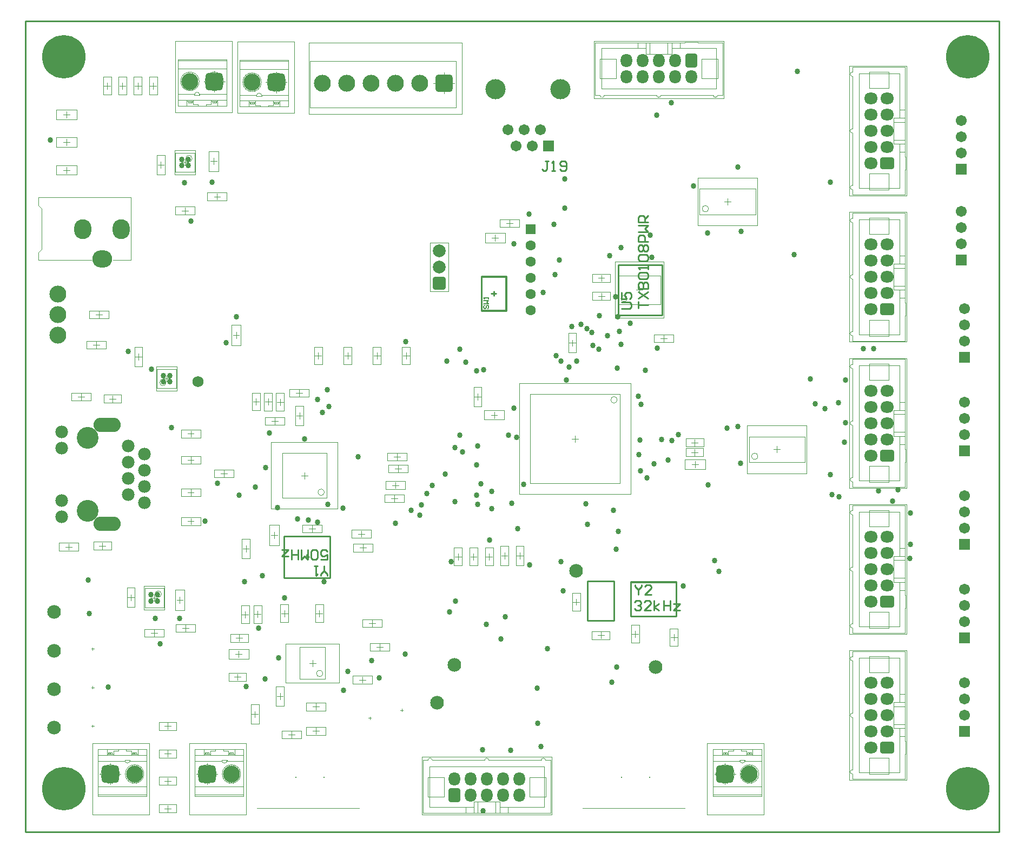
<source format=gbs>
%FSLAX25Y25*%
%MOIN*%
G70*
G01*
G75*
G04 Layer_Color=16711935*
%ADD10R,0.02953X0.04528*%
%ADD11R,0.05512X0.03740*%
%ADD12R,0.05118X0.07480*%
%ADD13R,0.01969X0.08858*%
%ADD14R,0.07874X0.09843*%
%ADD15R,0.04724X0.07087*%
%ADD16O,0.10039X0.01575*%
%ADD17R,0.00984X0.06102*%
%ADD18R,0.04331X0.03937*%
%ADD19R,0.03937X0.04331*%
%ADD20R,0.04528X0.05709*%
%ADD21R,0.05709X0.04528*%
%ADD22R,0.03740X0.03937*%
%ADD23R,0.03937X0.03740*%
%ADD24R,0.07087X0.07874*%
%ADD25O,0.01181X0.07087*%
%ADD26O,0.07087X0.01181*%
%ADD27O,0.02362X0.08661*%
%ADD28R,0.09370X0.06850*%
%ADD29R,0.01181X0.02165*%
%ADD30R,0.03150X0.03150*%
%ADD31R,0.03150X0.03150*%
%ADD32C,0.01000*%
%ADD33C,0.00800*%
%ADD34C,0.00394*%
%ADD35C,0.00600*%
%ADD36C,0.00197*%
%ADD37C,0.00300*%
%ADD38C,0.00039*%
%ADD39C,0.26000*%
%ADD40C,0.07000*%
%ADD41O,0.16000X0.08000*%
%ADD42C,0.12600*%
%ADD43R,0.05906X0.05906*%
%ADD44C,0.05906*%
%ADD45C,0.11614*%
%ADD46R,0.05906X0.05906*%
%ADD47C,0.05906*%
%ADD48C,0.06000*%
%ADD49O,0.08000X0.06800*%
G04:AMPARAMS|DCode=50|XSize=80mil|YSize=68mil|CornerRadius=8.5mil|HoleSize=0mil|Usage=FLASHONLY|Rotation=180.000|XOffset=0mil|YOffset=0mil|HoleType=Round|Shape=RoundedRectangle|*
%AMROUNDEDRECTD50*
21,1,0.08000,0.05100,0,0,180.0*
21,1,0.06300,0.06800,0,0,180.0*
1,1,0.01700,-0.03150,0.02550*
1,1,0.01700,0.03150,0.02550*
1,1,0.01700,0.03150,-0.02550*
1,1,0.01700,-0.03150,-0.02550*
%
%ADD50ROUNDEDRECTD50*%
%ADD51C,0.08000*%
%ADD52O,0.06800X0.08000*%
G04:AMPARAMS|DCode=53|XSize=80mil|YSize=68mil|CornerRadius=8.5mil|HoleSize=0mil|Usage=FLASHONLY|Rotation=270.000|XOffset=0mil|YOffset=0mil|HoleType=Round|Shape=RoundedRectangle|*
%AMROUNDEDRECTD53*
21,1,0.08000,0.05100,0,0,270.0*
21,1,0.06300,0.06800,0,0,270.0*
1,1,0.01700,-0.02550,-0.03150*
1,1,0.01700,-0.02550,0.03150*
1,1,0.01700,0.02550,0.03150*
1,1,0.01700,0.02550,-0.03150*
%
%ADD53ROUNDEDRECTD53*%
%ADD54C,0.07500*%
G04:AMPARAMS|DCode=55|XSize=75mil|YSize=75mil|CornerRadius=9.38mil|HoleSize=0mil|Usage=FLASHONLY|Rotation=180.000|XOffset=0mil|YOffset=0mil|HoleType=Round|Shape=RoundedRectangle|*
%AMROUNDEDRECTD55*
21,1,0.07500,0.05625,0,0,180.0*
21,1,0.05625,0.07500,0,0,180.0*
1,1,0.01875,-0.02813,0.02813*
1,1,0.01875,0.02813,0.02813*
1,1,0.01875,0.02813,-0.02813*
1,1,0.01875,-0.02813,-0.02813*
%
%ADD55ROUNDEDRECTD55*%
G04:AMPARAMS|DCode=56|XSize=100mil|YSize=100mil|CornerRadius=12.5mil|HoleSize=0mil|Usage=FLASHONLY|Rotation=90.000|XOffset=0mil|YOffset=0mil|HoleType=Round|Shape=RoundedRectangle|*
%AMROUNDEDRECTD56*
21,1,0.10000,0.07500,0,0,90.0*
21,1,0.07500,0.10000,0,0,90.0*
1,1,0.02500,0.03750,0.03750*
1,1,0.02500,0.03750,-0.03750*
1,1,0.02500,-0.03750,-0.03750*
1,1,0.02500,-0.03750,0.03750*
%
%ADD56ROUNDEDRECTD56*%
%ADD57C,0.10000*%
%ADD58O,0.11811X0.10236*%
%ADD59O,0.10236X0.11811*%
%ADD60C,0.03000*%
%ADD61C,0.00984*%
%ADD62C,0.02362*%
%ADD63C,0.00500*%
%ADD64C,0.00200*%
%ADD65C,0.00787*%
%ADD66R,0.03753X0.05328*%
%ADD67R,0.06312X0.04540*%
%ADD68R,0.05918X0.08280*%
%ADD69R,0.02362X0.09252*%
%ADD70R,0.08268X0.10236*%
%ADD71R,0.05524X0.07887*%
%ADD72O,0.10839X0.02375*%
%ADD73R,0.01784X0.06902*%
%ADD74R,0.05131X0.04737*%
%ADD75R,0.04737X0.05131*%
%ADD76R,0.05328X0.06509*%
%ADD77R,0.06509X0.05328*%
%ADD78R,0.04540X0.04737*%
%ADD79R,0.04737X0.04540*%
%ADD80R,0.07887X0.08674*%
%ADD81O,0.01581X0.07487*%
%ADD82O,0.07487X0.01581*%
%ADD83O,0.02762X0.09061*%
%ADD84R,0.10173X0.07653*%
%ADD85R,0.01984X0.02969*%
%ADD86R,0.03550X0.03550*%
%ADD87R,0.03550X0.03550*%
%ADD88C,0.26800*%
%ADD89C,0.00800*%
%ADD90C,0.07800*%
%ADD91O,0.16800X0.08800*%
%ADD92C,0.13400*%
%ADD93R,0.06706X0.06706*%
%ADD94C,0.06706*%
%ADD95C,0.12414*%
%ADD96R,0.06706X0.06706*%
%ADD97C,0.06706*%
%ADD98C,0.06800*%
%ADD99O,0.08400X0.07200*%
G04:AMPARAMS|DCode=100|XSize=84mil|YSize=72mil|CornerRadius=10.5mil|HoleSize=0mil|Usage=FLASHONLY|Rotation=180.000|XOffset=0mil|YOffset=0mil|HoleType=Round|Shape=RoundedRectangle|*
%AMROUNDEDRECTD100*
21,1,0.08400,0.05100,0,0,180.0*
21,1,0.06300,0.07200,0,0,180.0*
1,1,0.02100,-0.03150,0.02550*
1,1,0.02100,0.03150,0.02550*
1,1,0.02100,0.03150,-0.02550*
1,1,0.02100,-0.03150,-0.02550*
%
%ADD100ROUNDEDRECTD100*%
%ADD101C,0.08400*%
%ADD102O,0.07200X0.08400*%
G04:AMPARAMS|DCode=103|XSize=84mil|YSize=72mil|CornerRadius=10.5mil|HoleSize=0mil|Usage=FLASHONLY|Rotation=270.000|XOffset=0mil|YOffset=0mil|HoleType=Round|Shape=RoundedRectangle|*
%AMROUNDEDRECTD103*
21,1,0.08400,0.05100,0,0,270.0*
21,1,0.06300,0.07200,0,0,270.0*
1,1,0.02100,-0.02550,-0.03150*
1,1,0.02100,-0.02550,0.03150*
1,1,0.02100,0.02550,0.03150*
1,1,0.02100,0.02550,-0.03150*
%
%ADD103ROUNDEDRECTD103*%
%ADD104C,0.07900*%
G04:AMPARAMS|DCode=105|XSize=79mil|YSize=79mil|CornerRadius=11.38mil|HoleSize=0mil|Usage=FLASHONLY|Rotation=180.000|XOffset=0mil|YOffset=0mil|HoleType=Round|Shape=RoundedRectangle|*
%AMROUNDEDRECTD105*
21,1,0.07900,0.05625,0,0,180.0*
21,1,0.05625,0.07900,0,0,180.0*
1,1,0.02275,-0.02813,0.02813*
1,1,0.02275,0.02813,0.02813*
1,1,0.02275,0.02813,-0.02813*
1,1,0.02275,-0.02813,-0.02813*
%
%ADD105ROUNDEDRECTD105*%
G04:AMPARAMS|DCode=106|XSize=104mil|YSize=104mil|CornerRadius=14.5mil|HoleSize=0mil|Usage=FLASHONLY|Rotation=90.000|XOffset=0mil|YOffset=0mil|HoleType=Round|Shape=RoundedRectangle|*
%AMROUNDEDRECTD106*
21,1,0.10400,0.07500,0,0,90.0*
21,1,0.07500,0.10400,0,0,90.0*
1,1,0.02900,0.03750,0.03750*
1,1,0.02900,0.03750,-0.03750*
1,1,0.02900,-0.03750,-0.03750*
1,1,0.02900,-0.03750,0.03750*
%
%ADD106ROUNDEDRECTD106*%
%ADD107C,0.10400*%
%ADD108R,0.06306X0.06306*%
%ADD109C,0.06306*%
%ADD110O,0.12211X0.10636*%
%ADD111O,0.10636X0.12211*%
%ADD112C,0.03400*%
D32*
X0Y0D02*
X600000D01*
Y500000D01*
X0D02*
X600000D01*
X0Y0D02*
Y500000D01*
X281121Y321370D02*
X296574D01*
X296476Y321468D02*
X296574Y321370D01*
X296476Y321468D02*
Y342630D01*
X296377Y342531D02*
X296476Y342630D01*
X281121Y342531D02*
X296377D01*
X281023Y342433D02*
X281121Y342531D01*
X281023Y321468D02*
Y342433D01*
X373125Y132972D02*
X401176D01*
X373125D02*
Y154232D01*
X401176Y132972D02*
Y154232D01*
X373125D02*
X401176D01*
X392417Y318794D02*
Y349394D01*
X388316Y318694D02*
X392317D01*
X365417D02*
X388316D01*
X369416Y349495D02*
X392317D01*
X365417D02*
X369416D01*
X365317Y349394D02*
X365417Y349495D01*
X365317Y318794D02*
Y349394D01*
X159624Y156608D02*
X187872D01*
Y182100D01*
X159525Y156805D02*
Y182297D01*
X187773D01*
X375586Y141710D02*
X376586Y142710D01*
X378585D01*
X379585Y141710D01*
Y140710D01*
X378585Y139711D01*
X377585D01*
X378585D01*
X379585Y138711D01*
Y137712D01*
X378585Y136712D01*
X376586D01*
X375586Y137712D01*
X385583Y136712D02*
X381584D01*
X385583Y140710D01*
Y141710D01*
X384583Y142710D01*
X382584D01*
X381584Y141710D01*
X387582Y136712D02*
Y142710D01*
Y138711D02*
X390581Y140710D01*
X387582Y138711D02*
X390581Y136712D01*
X393580Y142710D02*
Y136712D01*
Y139711D01*
X397579D01*
Y142710D01*
Y136712D01*
X399578Y140710D02*
X403577D01*
X399578Y136712D01*
X403577D01*
X375881Y152356D02*
Y151356D01*
X377881Y149356D01*
X379880Y151356D01*
Y152356D01*
X377881Y149356D02*
Y146358D01*
X385878D02*
X381879D01*
X385878Y150356D01*
Y151356D01*
X384878Y152356D01*
X382879D01*
X381879Y151356D01*
X377919Y323095D02*
Y327093D01*
Y325094D01*
X383916D01*
X377919Y329093D02*
X383916Y333091D01*
X377919D02*
X383916Y329093D01*
X377919Y335091D02*
X383916D01*
Y338090D01*
X382917Y339089D01*
X381917D01*
X380918Y338090D01*
Y335091D01*
Y338090D01*
X379918Y339089D01*
X378918D01*
X377919Y338090D01*
Y335091D01*
X378918Y341089D02*
X377919Y342088D01*
Y344088D01*
X378918Y345087D01*
X382917D01*
X383916Y344088D01*
Y342088D01*
X382917Y341089D01*
X378918D01*
X383916Y347087D02*
Y349086D01*
Y348086D01*
X377919D01*
X378918Y347087D01*
Y352085D02*
X377919Y353085D01*
Y355084D01*
X378918Y356084D01*
X382917D01*
X383916Y355084D01*
Y353085D01*
X382917Y352085D01*
X378918D01*
Y358083D02*
X377919Y359083D01*
Y361082D01*
X378918Y362082D01*
X379918D01*
X380918Y361082D01*
X381917Y362082D01*
X382917D01*
X383916Y361082D01*
Y359083D01*
X382917Y358083D01*
X381917D01*
X380918Y359083D01*
X379918Y358083D01*
X378918D01*
X380918Y359083D02*
Y361082D01*
X383916Y364081D02*
X377919D01*
Y367080D01*
X378918Y368080D01*
X380918D01*
X381917Y367080D01*
Y364081D01*
X377919Y370079D02*
X383916D01*
X381917Y372079D01*
X383916Y374078D01*
X377919D01*
X383916Y376077D02*
X377919D01*
Y379076D01*
X378918Y380076D01*
X380918D01*
X381917Y379076D01*
Y376077D01*
Y378077D02*
X383916Y380076D01*
X367419Y322694D02*
X372417D01*
X373416Y323694D01*
Y325693D01*
X372417Y326693D01*
X367419D01*
Y332691D02*
Y328693D01*
X370417D01*
X369418Y330692D01*
Y331692D01*
X370417Y332691D01*
X372417D01*
X373416Y331692D01*
Y329692D01*
X372417Y328693D01*
X182200Y167933D02*
X186198D01*
Y170932D01*
X184199Y169932D01*
X183199D01*
X182200Y170932D01*
Y172931D01*
X183199Y173931D01*
X185199D01*
X186198Y172931D01*
X180200Y168932D02*
X179201Y167933D01*
X177201D01*
X176202Y168932D01*
Y172931D01*
X177201Y173931D01*
X179201D01*
X180200Y172931D01*
Y168932D01*
X174202Y173931D02*
Y167933D01*
X172203Y169932D01*
X170204Y167933D01*
Y173931D01*
X168204Y167933D02*
Y173931D01*
Y170932D01*
X164206D01*
Y167933D01*
Y173931D01*
X162206Y169932D02*
X158207D01*
X162206Y173931D01*
X158207D01*
X186100Y158090D02*
Y159090D01*
X184101Y161089D01*
X182101Y159090D01*
Y158090D01*
X184101Y161089D02*
Y164088D01*
X180102D02*
X178103D01*
X179102D01*
Y158090D01*
X180102Y159090D01*
X322599Y413798D02*
X320599D01*
X321599D01*
Y408800D01*
X320599Y407800D01*
X319600D01*
X318600Y408800D01*
X324598Y407800D02*
X326597D01*
X325598D01*
Y413798D01*
X324598Y412798D01*
X329596Y408800D02*
X330596Y407800D01*
X332595D01*
X333595Y408800D01*
Y412798D01*
X332595Y413798D01*
X330596D01*
X329596Y412798D01*
Y411799D01*
X330596Y410799D01*
X333595D01*
X288700Y330622D02*
Y333378D01*
X287224Y332000D02*
X290176D01*
X281023Y321567D02*
X296279D01*
Y342236D01*
X281023D02*
X296279D01*
X281023Y321567D02*
Y342236D01*
X373125Y154133D02*
X401176D01*
Y132873D02*
Y153936D01*
X373125Y132873D02*
Y154133D01*
Y132873D02*
X401176D01*
X362700Y130200D02*
Y154700D01*
X346600D02*
X362700D01*
X346600Y130200D02*
X362700D01*
X346600D02*
Y154700D01*
X172222Y169600D02*
X174781D01*
X173600Y168419D02*
Y170978D01*
X159427Y182297D02*
X187773D01*
X159427Y156706D02*
Y182297D01*
X187773Y156706D02*
Y182297D01*
X159427Y156706D02*
X187773D01*
D34*
X231213Y75100D02*
X232787D01*
X232000Y74313D02*
Y75887D01*
X211613Y70200D02*
X213187D01*
X212400Y69413D02*
Y70987D01*
X41600Y64513D02*
Y66087D01*
X40813Y65300D02*
X42387D01*
X41600Y112113D02*
Y113687D01*
X40813Y112900D02*
X42387D01*
X41600Y88313D02*
Y89887D01*
X40813Y89100D02*
X42387D01*
X183379Y97701D02*
G03*
X183379Y97701I-1969J0D01*
G01*
X371036Y328879D02*
G03*
X371036Y328879I-1969J0D01*
G01*
X364784Y266416D02*
G03*
X364784Y266416I-1969J0D01*
G01*
X451487Y231569D02*
G03*
X451487Y231569I-1969J0D01*
G01*
X86806Y277138D02*
G03*
X86806Y277138I-1969J0D01*
G01*
X102862Y415194D02*
G03*
X102862Y415194I-1969J0D01*
G01*
X83931Y146662D02*
G03*
X83931Y146662I-1969J0D01*
G01*
X184305Y209464D02*
G03*
X184305Y209464I-1969J0D01*
G01*
X421087Y384269D02*
G03*
X421087Y384269I-1969J0D01*
G01*
X169246Y113842D02*
X184954D01*
X169246Y94157D02*
X184954D01*
X169246D02*
Y113842D01*
X184954Y94157D02*
Y113842D01*
X365524Y325336D02*
X391509D01*
X365524Y343053D02*
X391509D01*
X365524Y325336D02*
Y343053D01*
X391509Y325336D02*
Y343053D01*
X311241Y269959D02*
X366359D01*
X311241Y214841D02*
X366359D01*
Y269959D01*
X311241Y214841D02*
Y269959D01*
X445976Y228026D02*
X480424D01*
X445976Y243774D02*
X480424D01*
X445976Y228026D02*
Y243774D01*
X480424Y228026D02*
Y243774D01*
X93106Y273594D02*
Y285405D01*
X81295Y273594D02*
Y285405D01*
X93106D01*
X81295Y273594D02*
X93106D01*
X92626Y406926D02*
Y418737D01*
X104437Y406926D02*
Y418737D01*
X92626Y406926D02*
X104437D01*
X92626Y418737D02*
X104437D01*
X73694Y138394D02*
Y150206D01*
X85505Y138394D02*
Y150206D01*
X73694Y138394D02*
X85505D01*
X73694Y150206D02*
X85505D01*
X158320Y233479D02*
X185880D01*
X158320Y205921D02*
X185880D01*
X158320D02*
Y233479D01*
X185880Y205921D02*
Y233479D01*
X415576Y380726D02*
X450024D01*
X415576Y396474D02*
X450024D01*
X415576Y380726D02*
Y396474D01*
X450024Y380726D02*
Y396474D01*
X177100Y102032D02*
Y105968D01*
X175131Y104000D02*
X179069D01*
X363556Y316872D02*
X393477D01*
X363556Y351517D02*
X393477D01*
X363556Y316872D02*
Y351517D01*
X393477Y316872D02*
Y351517D01*
X378517Y332226D02*
Y336163D01*
X376548Y334194D02*
X380485D01*
X102000Y227432D02*
Y231368D01*
X100031Y229400D02*
X103969D01*
X108000Y227000D02*
Y231800D01*
X96000Y227000D02*
X108000D01*
X96000Y231800D02*
X108000D01*
X96000Y227000D02*
Y231800D01*
X102000Y243531D02*
Y247468D01*
X100031Y245500D02*
X103969D01*
X108000Y243100D02*
Y247900D01*
X96000Y243100D02*
X108000D01*
X96000Y247900D02*
X108000D01*
X96000Y243100D02*
Y247900D01*
X102000Y189532D02*
Y193468D01*
X100031Y191500D02*
X103969D01*
X108000Y189100D02*
Y193900D01*
X96000Y189100D02*
X108000D01*
X96000Y193900D02*
X108000D01*
X96000Y189100D02*
Y193900D01*
X102000Y207331D02*
Y211268D01*
X100031Y209300D02*
X103969D01*
X108000Y206900D02*
Y211700D01*
X96000Y206900D02*
X108000D01*
X96000Y211700D02*
X108000D01*
X96000Y206900D02*
Y211700D01*
X229100Y229432D02*
Y233368D01*
X227132Y231400D02*
X231068D01*
X223100Y229000D02*
Y233800D01*
X235100D01*
X223100Y229000D02*
X235100D01*
Y233800D01*
X34400Y266332D02*
Y270269D01*
X32432Y268300D02*
X36369D01*
X40400Y265900D02*
Y270700D01*
X28400Y265900D02*
X40400D01*
X28400Y270700D02*
X40400D01*
X28400Y265900D02*
Y270700D01*
X26800Y173831D02*
Y177769D01*
X24832Y175800D02*
X28769D01*
X32800Y173400D02*
Y178200D01*
X20800Y173400D02*
X32800D01*
X20800Y178200D02*
X32800D01*
X20800Y173400D02*
Y178200D01*
X228200Y211831D02*
Y215769D01*
X226232Y213800D02*
X230169D01*
X222200Y211400D02*
Y216200D01*
X234200D01*
X222200Y211400D02*
X234200D01*
Y216200D01*
X229700Y221932D02*
Y225869D01*
X227731Y223900D02*
X231668D01*
X223700Y221500D02*
Y226300D01*
X235700D01*
X223700Y221500D02*
X235700D01*
Y226300D01*
X227400Y203631D02*
Y207569D01*
X225431Y205600D02*
X229368D01*
X221400Y203200D02*
Y208000D01*
X233400D01*
X221400Y203200D02*
X233400D01*
Y208000D01*
X122500Y219032D02*
Y222969D01*
X120531Y221000D02*
X124469D01*
X128500Y218600D02*
Y223400D01*
X116500Y218600D02*
X128500D01*
X116500Y223400D02*
X128500D01*
X116500Y218600D02*
Y223400D01*
X153700Y251331D02*
Y255269D01*
X151732Y253300D02*
X155668D01*
X159700Y250900D02*
Y255700D01*
X147700Y250900D02*
X159700D01*
X147700Y255700D02*
X159700D01*
X147700Y250900D02*
Y255700D01*
X176700Y184932D02*
Y188868D01*
X174732Y186900D02*
X178668D01*
X170700Y184500D02*
Y189300D01*
X182700D01*
X170700Y184500D02*
X182700D01*
Y189300D01*
X208100Y173231D02*
Y177169D01*
X206132Y175200D02*
X210068D01*
X202100Y172800D02*
Y177600D01*
X214100D01*
X202100Y172800D02*
X214100D01*
Y177600D01*
X207100Y181832D02*
Y185768D01*
X205132Y183800D02*
X209068D01*
X201100Y181400D02*
Y186200D01*
X213100D01*
X201100Y181400D02*
X213100D01*
Y186200D01*
X134031Y174700D02*
X137969D01*
X136000Y172731D02*
Y176669D01*
X133600Y180700D02*
X138400D01*
Y168700D02*
Y180700D01*
X133600Y168700D02*
Y180700D01*
Y168700D02*
X138400D01*
X167032Y256600D02*
X170968D01*
X169000Y254631D02*
Y258569D01*
X166600Y262600D02*
X171400D01*
Y250600D02*
Y262600D01*
X166600Y250600D02*
Y262600D01*
Y250600D02*
X171400D01*
X168700Y268731D02*
Y272669D01*
X166732Y270700D02*
X170668D01*
X162700Y268300D02*
Y273100D01*
X174700D01*
X162700Y268300D02*
X174700D01*
Y273100D01*
X155032Y83700D02*
X158968D01*
X157000Y81731D02*
Y85668D01*
X154600Y77700D02*
X159400D01*
X154600D02*
Y89700D01*
X159400Y77700D02*
Y89700D01*
X154600D02*
X159400D01*
X218600Y111932D02*
Y115868D01*
X216632Y113900D02*
X220568D01*
X224600Y111500D02*
Y116300D01*
X212600Y111500D02*
X224600D01*
X212600Y116300D02*
X224600D01*
X212600Y111500D02*
Y116300D01*
X207900Y91831D02*
Y95768D01*
X205931Y93800D02*
X209869D01*
X213900Y91400D02*
Y96200D01*
X201900Y91400D02*
X213900D01*
X201900Y96200D02*
X213900D01*
X201900Y91400D02*
Y96200D01*
X179200Y75231D02*
Y79168D01*
X177232Y77200D02*
X181168D01*
X185200Y74800D02*
Y79600D01*
X173200Y74800D02*
X185200D01*
X173200Y79600D02*
X185200D01*
X173200Y74800D02*
Y79600D01*
X164200Y58031D02*
Y61968D01*
X162232Y60000D02*
X166168D01*
X158200Y57600D02*
Y62400D01*
X170200D01*
X158200Y57600D02*
X170200D01*
Y62400D01*
X213900Y126631D02*
Y130569D01*
X211931Y128600D02*
X215868D01*
X219900Y126200D02*
Y131000D01*
X207900Y126200D02*
X219900D01*
X207900Y131000D02*
X219900D01*
X207900Y126200D02*
Y131000D01*
X139631Y72500D02*
X143569D01*
X141600Y70531D02*
Y74468D01*
X139200Y78500D02*
X144000D01*
Y66500D02*
Y78500D01*
X139200Y66500D02*
Y78500D01*
Y66500D02*
X144000D01*
X179200Y60232D02*
Y64169D01*
X177232Y62200D02*
X181168D01*
X185200Y59800D02*
Y64600D01*
X173200Y59800D02*
X185200D01*
X173200Y64600D02*
X185200D01*
X173200Y59800D02*
Y64600D01*
X298400Y373331D02*
Y377269D01*
X296431Y375300D02*
X300368D01*
X304400Y372900D02*
Y377700D01*
X292400Y372900D02*
X304400D01*
X292400Y377700D02*
X304400D01*
X292400Y372900D02*
Y377700D01*
X335132Y301500D02*
X339069D01*
X337100Y299532D02*
Y303468D01*
X334700Y295500D02*
X339500D01*
X334700D02*
Y307500D01*
X339500Y295500D02*
Y307500D01*
X334700D02*
X339500D01*
X276832Y268200D02*
X280768D01*
X278800Y266231D02*
Y270168D01*
X276400Y262200D02*
X281200D01*
X276400D02*
Y274200D01*
X281200Y262200D02*
Y274200D01*
X276400D02*
X281200D01*
X393500Y302331D02*
Y306269D01*
X391531Y304300D02*
X395468D01*
X387500Y301900D02*
Y306700D01*
X399500D01*
X387500Y301900D02*
X399500D01*
Y306700D01*
X67831Y292900D02*
X71768D01*
X69800Y290932D02*
Y294868D01*
X67400Y286900D02*
X72200D01*
X67400D02*
Y298900D01*
X72200Y286900D02*
Y298900D01*
X67400D02*
X72200D01*
X118300Y389831D02*
Y393769D01*
X116332Y391800D02*
X120268D01*
X124300Y389400D02*
Y394200D01*
X112300Y389400D02*
X124300D01*
X112300Y394200D02*
X124300D01*
X112300Y389400D02*
Y394200D01*
X98800Y123732D02*
Y127668D01*
X96832Y125700D02*
X100768D01*
X104800Y123300D02*
Y128100D01*
X92800Y123300D02*
X104800D01*
X92800Y128100D02*
X104800D01*
X92800Y123300D02*
Y128100D01*
X43800Y298331D02*
Y302269D01*
X41831Y300300D02*
X45768D01*
X49800Y297900D02*
Y302700D01*
X37800Y297900D02*
X49800D01*
X37800Y302700D02*
X49800D01*
X37800Y297900D02*
Y302700D01*
X45500Y317032D02*
Y320969D01*
X43532Y319000D02*
X47469D01*
X51500Y316600D02*
Y321400D01*
X39500Y316600D02*
X51500D01*
X39500Y321400D02*
X51500D01*
X39500Y316600D02*
Y321400D01*
X98600Y381132D02*
Y385068D01*
X96631Y383100D02*
X100568D01*
X92600Y380700D02*
Y385500D01*
X104600D01*
X92600Y380700D02*
X104600D01*
Y385500D01*
X81663Y411232D02*
X85600D01*
X83631Y409263D02*
Y413200D01*
X81231Y405232D02*
X86032D01*
X81231D02*
Y417232D01*
X86032Y405232D02*
Y417232D01*
X81231D02*
X86032D01*
X79500Y120632D02*
Y124568D01*
X77531Y122600D02*
X81468D01*
X73500Y120200D02*
Y125000D01*
X85500D01*
X73500Y120200D02*
X85500D01*
Y125000D01*
X63231Y144500D02*
X67168D01*
X65200Y142532D02*
Y146468D01*
X62800Y138500D02*
X67600D01*
X62800D02*
Y150500D01*
X67600Y138500D02*
Y150500D01*
X62800D02*
X67600D01*
X293356Y170300D02*
X297293D01*
X295325Y168332D02*
Y172268D01*
X292925Y176300D02*
X297725D01*
Y164300D02*
Y176300D01*
X292925Y164300D02*
Y176300D01*
Y164300D02*
X297725D01*
X302931Y170300D02*
X306869D01*
X304900Y168332D02*
Y172268D01*
X302500Y176300D02*
X307300D01*
Y164300D02*
Y176300D01*
X302500Y164300D02*
Y176300D01*
Y164300D02*
X307300D01*
X137900Y106647D02*
Y112553D01*
X125400Y106647D02*
Y112553D01*
Y106647D02*
X137900D01*
X125400Y112553D02*
X137900D01*
X129631Y109600D02*
X133569D01*
X131600Y107632D02*
Y111568D01*
X150547Y176800D02*
X156453D01*
X150547Y189300D02*
X156453D01*
X150547Y176800D02*
Y189300D01*
X156453Y176800D02*
Y189300D01*
X153500Y181131D02*
Y185069D01*
X151532Y183100D02*
X155468D01*
X295900Y363447D02*
Y369353D01*
X283400Y363447D02*
Y369353D01*
Y363447D02*
X295900D01*
X283400Y369353D02*
X295900D01*
X287632Y366400D02*
X291568D01*
X289600Y364432D02*
Y368369D01*
X419000Y223747D02*
Y229653D01*
X406500Y223747D02*
Y229653D01*
Y223747D02*
X419000D01*
X406500Y229653D02*
X419000D01*
X410732Y226700D02*
X414669D01*
X412700Y224731D02*
Y228668D01*
X295300Y254147D02*
Y260053D01*
X282800Y254147D02*
Y260053D01*
Y254147D02*
X295300D01*
X282800Y260053D02*
X295300D01*
X287032Y257100D02*
X290968D01*
X289000Y255132D02*
Y259068D01*
X127047Y300000D02*
X132953D01*
X127047Y312500D02*
X132953D01*
X127047Y300000D02*
Y312500D01*
X132953Y300000D02*
Y312500D01*
X130000Y304331D02*
Y308268D01*
X128032Y306300D02*
X131968D01*
X31800Y422247D02*
Y428153D01*
X19300Y422247D02*
Y428153D01*
Y422247D02*
X31800D01*
X19300Y428153D02*
X31800D01*
X23531Y425200D02*
X27468D01*
X25500Y423232D02*
Y427169D01*
X113179Y407232D02*
X119084D01*
X113179Y419732D02*
X119084D01*
X113179Y407232D02*
Y419732D01*
X119084Y407232D02*
Y419732D01*
X116131Y411563D02*
Y415500D01*
X114163Y413531D02*
X118100D01*
X31800Y439347D02*
Y445253D01*
X19300Y439347D02*
Y445253D01*
Y439347D02*
X31800D01*
X19300Y445253D02*
X31800D01*
X23531Y442300D02*
X27468D01*
X25500Y440332D02*
Y444269D01*
X92347Y136800D02*
X98253D01*
X92347Y149300D02*
X98253D01*
X92347Y136800D02*
Y149300D01*
X98253Y136800D02*
Y149300D01*
X95300Y141131D02*
Y145069D01*
X93331Y143100D02*
X97268D01*
X31800Y405147D02*
Y411053D01*
X19300Y405147D02*
Y411053D01*
Y405147D02*
X31800D01*
X19300Y411053D02*
X31800D01*
X23531Y408100D02*
X27468D01*
X25500Y406132D02*
Y410069D01*
X59300Y264600D02*
Y269600D01*
X48400Y264600D02*
Y269600D01*
Y264600D02*
X59300D01*
X48400Y269600D02*
X59300D01*
X51832Y267100D02*
X55769D01*
X53800Y265131D02*
Y269069D01*
X53100Y173900D02*
Y178900D01*
X42200Y173900D02*
Y178900D01*
Y173900D02*
X53100D01*
X42200Y178900D02*
X53100D01*
X45632Y176400D02*
X49569D01*
X47600Y174432D02*
Y178368D01*
X137400Y117100D02*
Y122100D01*
X126500Y117100D02*
Y122100D01*
Y117100D02*
X137400D01*
X126500Y122100D02*
X137400D01*
X129931Y119600D02*
X133869D01*
X131900Y117631D02*
Y121569D01*
X136300Y93000D02*
Y98000D01*
X125400Y93000D02*
Y98000D01*
Y93000D02*
X136300D01*
X125400Y98000D02*
X136300D01*
X128832Y95500D02*
X132768D01*
X130800Y93532D02*
Y97469D01*
X133000Y139500D02*
X138000D01*
X133000Y128600D02*
X138000D01*
Y139500D01*
X133000Y128600D02*
Y139500D01*
X135500Y132032D02*
Y135968D01*
X133531Y134000D02*
X137469D01*
X154600Y259600D02*
X159600D01*
X154600Y270500D02*
X159600D01*
X154600Y259600D02*
Y270500D01*
X159600Y259600D02*
Y270500D01*
X157100Y263131D02*
Y267069D01*
X155131Y265100D02*
X159069D01*
X147300Y259700D02*
X152300D01*
X147300Y270600D02*
X152300D01*
X147300Y259700D02*
Y270600D01*
X152300Y259700D02*
Y270600D01*
X149800Y263231D02*
Y267168D01*
X147831Y265200D02*
X151769D01*
X139800Y259900D02*
X144800D01*
X139800Y270800D02*
X144800D01*
X139800Y259900D02*
Y270800D01*
X144800Y259900D02*
Y270800D01*
X142300Y263432D02*
Y267369D01*
X140331Y265400D02*
X144269D01*
X264200Y175200D02*
X269200D01*
X264200Y164300D02*
X269200D01*
Y175200D01*
X264200Y164300D02*
Y175200D01*
X266700Y167731D02*
Y171669D01*
X264732Y169700D02*
X268669D01*
X178700Y140200D02*
X183700D01*
X178700Y129300D02*
X183700D01*
Y140200D01*
X178700Y129300D02*
Y140200D01*
X181200Y132731D02*
Y136669D01*
X179232Y134700D02*
X183168D01*
X157200Y140200D02*
X162200D01*
X157200Y129300D02*
X162200D01*
Y140200D01*
X157200Y129300D02*
Y140200D01*
X159700Y132731D02*
Y136669D01*
X157731Y134700D02*
X161669D01*
X140700Y139700D02*
X145700D01*
X140700Y128800D02*
X145700D01*
Y139700D01*
X140700Y128800D02*
Y139700D01*
X143200Y132231D02*
Y136169D01*
X141232Y134200D02*
X145168D01*
X360500Y339000D02*
Y344000D01*
X349600Y339000D02*
Y344000D01*
Y339000D02*
X360500D01*
X349600Y344000D02*
X360500D01*
X353031Y341500D02*
X356968D01*
X355000Y339531D02*
Y343468D01*
X349600Y327900D02*
Y332900D01*
X360500Y327900D02*
Y332900D01*
X349600D02*
X360500D01*
X349600Y327900D02*
X360500D01*
X353132Y330400D02*
X357068D01*
X355100Y328432D02*
Y332368D01*
X397200Y114500D02*
X402200D01*
X397200Y125400D02*
X402200D01*
X397200Y114500D02*
Y125400D01*
X402200Y114500D02*
Y125400D01*
X399700Y118032D02*
Y121968D01*
X397731Y120000D02*
X401669D01*
X337100Y136300D02*
X342100D01*
X337100Y147200D02*
X342100D01*
X337100Y136300D02*
Y147200D01*
X342100Y136300D02*
Y147200D01*
X339600Y139831D02*
Y143769D01*
X337632Y141800D02*
X341568D01*
X349300Y118800D02*
Y123800D01*
X360200Y118800D02*
Y123800D01*
X349300D02*
X360200D01*
X349300Y118800D02*
X360200D01*
X352832Y121300D02*
X356768D01*
X354800Y119332D02*
Y123268D01*
X373400Y116600D02*
X378400D01*
X373400Y127500D02*
X378400D01*
X373400Y116600D02*
Y127500D01*
X378400Y116600D02*
Y127500D01*
X375900Y120132D02*
Y124068D01*
X373932Y122100D02*
X377869D01*
X214233Y288200D02*
X219233D01*
X214233Y299100D02*
X219233D01*
X214233Y288200D02*
Y299100D01*
X219233Y288200D02*
Y299100D01*
X216733Y291732D02*
Y295669D01*
X214765Y293700D02*
X218702D01*
X196167Y288200D02*
X201167D01*
X196167Y299100D02*
X201167D01*
X196167Y288200D02*
Y299100D01*
X201167Y288200D02*
Y299100D01*
X198667Y291732D02*
Y295669D01*
X196698Y293700D02*
X200635D01*
X178100Y288200D02*
X183100D01*
X178100Y299100D02*
X183100D01*
X178100Y288200D02*
Y299100D01*
X183100Y288200D02*
Y299100D01*
X180600Y291732D02*
Y295669D01*
X178631Y293700D02*
X182569D01*
X232300Y288200D02*
X237300D01*
X232300Y299100D02*
X237300D01*
X232300Y288200D02*
Y299100D01*
X237300Y288200D02*
Y299100D01*
X234800Y291732D02*
Y295669D01*
X232832Y293700D02*
X236769D01*
X273775Y175200D02*
X278775D01*
X273775Y164300D02*
X278775D01*
Y175200D01*
X273775Y164300D02*
Y175200D01*
X276275Y167731D02*
Y171669D01*
X274307Y169700D02*
X278243D01*
X283350Y175200D02*
X288350D01*
X283350Y164300D02*
X288350D01*
Y175200D01*
X283350Y164300D02*
Y175200D01*
X285850Y167731D02*
Y171669D01*
X283881Y169700D02*
X287819D01*
X418000Y237500D02*
Y242500D01*
X407100Y237500D02*
Y242500D01*
Y237500D02*
X418000D01*
X407100Y242500D02*
X418000D01*
X410532Y240000D02*
X414468D01*
X412500Y238032D02*
Y241968D01*
X417900Y231600D02*
Y236600D01*
X407000Y231600D02*
Y236600D01*
Y231600D02*
X417900D01*
X407000Y236600D02*
X417900D01*
X410431Y234100D02*
X414368D01*
X412400Y232132D02*
Y236069D01*
X76400Y454600D02*
X81400D01*
X76400Y465500D02*
X81400D01*
X76400Y454600D02*
Y465500D01*
X81400Y454600D02*
Y465500D01*
X78900Y458132D02*
Y462069D01*
X76932Y460100D02*
X80869D01*
X66933Y454600D02*
X71933D01*
X66933Y465500D02*
X71933D01*
X66933Y454600D02*
Y465500D01*
X71933Y454600D02*
Y465500D01*
X69433Y458132D02*
Y462069D01*
X67465Y460100D02*
X71402D01*
X57467Y454600D02*
X62467D01*
X57467Y465500D02*
X62467D01*
X57467Y454600D02*
Y465500D01*
X62467Y454600D02*
Y465500D01*
X59967Y458132D02*
Y462069D01*
X57998Y460100D02*
X61935D01*
X48000Y454600D02*
X53000D01*
X48000Y465500D02*
X53000D01*
X48000Y454600D02*
Y465500D01*
X53000Y454600D02*
Y465500D01*
X50500Y458132D02*
Y462069D01*
X48531Y460100D02*
X52469D01*
X93300Y28833D02*
Y33833D01*
X82400Y28833D02*
Y33833D01*
Y28833D02*
X93300D01*
X82400Y33833D02*
X93300D01*
X85831Y31333D02*
X89768D01*
X87800Y29365D02*
Y33302D01*
X93300Y11900D02*
Y16900D01*
X82400Y11900D02*
Y16900D01*
Y11900D02*
X93300D01*
X82400Y16900D02*
X93300D01*
X85831Y14400D02*
X89768D01*
X87800Y12432D02*
Y16368D01*
X93300Y62700D02*
Y67700D01*
X82400Y62700D02*
Y67700D01*
Y62700D02*
X93300D01*
X82400Y67700D02*
X93300D01*
X85831Y65200D02*
X89768D01*
X87800Y63231D02*
Y67168D01*
X93300Y45767D02*
Y50767D01*
X82400Y45767D02*
Y50767D01*
Y45767D02*
X93300D01*
X82400Y50767D02*
X93300D01*
X85831Y48267D02*
X89768D01*
X87800Y46298D02*
Y50235D01*
X338800Y240431D02*
Y244369D01*
X336831Y242400D02*
X340769D01*
X444893Y221136D02*
X481507D01*
X444893Y250664D02*
X481507D01*
X444893Y221136D02*
Y250664D01*
X481507Y221136D02*
Y250664D01*
X463200Y233931D02*
Y237868D01*
X461232Y235900D02*
X465169D01*
X85232Y279500D02*
X89169D01*
X87200Y277532D02*
Y281469D01*
X96563Y412831D02*
X100500D01*
X98532Y410863D02*
Y414800D01*
X77631Y144300D02*
X81568D01*
X79600Y142332D02*
Y146268D01*
X172100Y217731D02*
Y221669D01*
X170132Y219700D02*
X174068D01*
X414493Y373836D02*
X451107D01*
X414493Y403364D02*
X451107D01*
X414493Y373836D02*
Y403364D01*
X451107Y373836D02*
Y403364D01*
X432800Y386631D02*
Y390568D01*
X430831Y388600D02*
X434768D01*
D35*
X283051Y324649D02*
X282551Y324149D01*
Y323149D01*
X283051Y322650D01*
X283551D01*
X284051Y323149D01*
Y324149D01*
X284551Y324649D01*
X285051D01*
X285550Y324149D01*
Y323149D01*
X285051Y322650D01*
X282551Y325649D02*
X285550D01*
X284551Y326648D01*
X285550Y327648D01*
X282551D01*
X285550Y328648D02*
Y329647D01*
Y329148D01*
X282551D01*
X283051Y328648D01*
D36*
X509700Y398700D02*
G03*
X509700Y396100I0J-1300D01*
G01*
Y433600D02*
G03*
X509700Y431000I0J-1300D01*
G01*
Y468500D02*
G03*
X509700Y465900I0J-1300D01*
G01*
Y128400D02*
G03*
X509700Y125800I0J-1300D01*
G01*
Y163300D02*
G03*
X509700Y160700I0J-1300D01*
G01*
Y198200D02*
G03*
X509700Y195600I0J-1300D01*
G01*
X424000Y454200D02*
G03*
X426600Y454200I1300J0D01*
G01*
X389100D02*
G03*
X391700Y454200I1300J0D01*
G01*
X354200D02*
G03*
X356800Y454200I1300J0D01*
G01*
X250800Y44200D02*
G03*
X248200Y44200I-1300J0D01*
G01*
X285700D02*
G03*
X283100Y44200I-1300J0D01*
G01*
X320600D02*
G03*
X318000Y44200I-1300J0D01*
G01*
X145509Y462300D02*
G03*
X145509Y462300I-5709J0D01*
G01*
X160509D02*
G03*
X160509Y462300I-5709J0D01*
G01*
X145725Y453997D02*
G03*
X142576Y453997I-1575J0D01*
G01*
X132809Y35700D02*
G03*
X132809Y35700I-5709J0D01*
G01*
X117809D02*
G03*
X117809Y35700I-5709J0D01*
G01*
X121175Y44003D02*
G03*
X124324Y44003I1575J0D01*
G01*
X107209Y462800D02*
G03*
X107209Y462800I-5709J0D01*
G01*
X122209D02*
G03*
X122209Y462800I-5709J0D01*
G01*
X107425Y454497D02*
G03*
X104276Y454497I-1575J0D01*
G01*
X73109Y35700D02*
G03*
X73109Y35700I-5709J0D01*
G01*
X58109D02*
G03*
X58109Y35700I-5709J0D01*
G01*
X61475Y44003D02*
G03*
X64624Y44003I1575J0D01*
G01*
X509700Y308600D02*
G03*
X509700Y306000I0J-1300D01*
G01*
Y343500D02*
G03*
X509700Y340900I0J-1300D01*
G01*
Y378400D02*
G03*
X509700Y375800I0J-1300D01*
G01*
Y218500D02*
G03*
X509700Y215900I0J-1300D01*
G01*
Y253400D02*
G03*
X509700Y250800I0J-1300D01*
G01*
Y288300D02*
G03*
X509700Y285700I0J-1300D01*
G01*
Y38300D02*
G03*
X509700Y35700I0J-1300D01*
G01*
Y73200D02*
G03*
X509700Y70600I0J-1300D01*
G01*
Y108100D02*
G03*
X509700Y105500I0J-1300D01*
G01*
X452009Y35700D02*
G03*
X452009Y35700I-5709J0D01*
G01*
X437009D02*
G03*
X437009Y35700I-5709J0D01*
G01*
X440375Y44003D02*
G03*
X443524Y44003I1575J0D01*
G01*
X532200Y458700D02*
Y468700D01*
X520200D02*
X532200D01*
X520200Y458700D02*
Y468700D01*
X513700Y467700D02*
X538700D01*
X513700Y396900D02*
Y467700D01*
X520200Y395900D02*
Y405900D01*
Y395900D02*
X532200D01*
Y405900D01*
X513700Y396900D02*
X538700D01*
Y424300D01*
Y419300D02*
X542200D01*
Y416300D02*
X542400D01*
Y408300D02*
Y416300D01*
X509700Y392900D02*
X542200D01*
X509700D02*
Y396100D01*
Y398700D02*
Y431000D01*
Y433600D02*
Y465900D01*
Y468500D02*
Y471700D01*
X542200D01*
X538700Y445300D02*
X542200D01*
X538700Y440300D02*
Y467700D01*
X542200Y392900D02*
Y408300D01*
Y416300D02*
Y471700D01*
Y408300D02*
X542400D01*
X535200Y440300D02*
X542200D01*
X535200Y424300D02*
X542200D01*
X531650Y411850D02*
Y412750D01*
X532450Y413550D01*
Y411050D02*
Y413550D01*
X531650Y411850D02*
X532450Y411050D01*
X529950Y443550D02*
X532450D01*
X531650Y442750D02*
X532450Y443550D01*
X530750Y442750D02*
X531650D01*
X529950Y443550D02*
X530750Y442750D01*
X520750Y411850D02*
Y412750D01*
X519950Y411050D02*
X520750Y411850D01*
X519950Y411050D02*
Y413550D01*
X520750Y412750D01*
X530750Y411850D02*
Y412750D01*
X531650D01*
X530750Y411850D02*
X531650D01*
X529950Y411050D02*
X532450D01*
X529950D02*
X530750Y411850D01*
X529950Y413550D02*
X532450D01*
X529950D02*
X530750Y412750D01*
X520750Y411850D02*
X521650D01*
X522450Y411050D01*
X519950D02*
X522450D01*
X530750Y421850D02*
Y422750D01*
X531650D01*
Y421850D02*
Y422750D01*
X530750Y421850D02*
X531650D01*
X530750Y431850D02*
Y432750D01*
X529950Y431050D02*
X530750Y431850D01*
X529950Y431050D02*
Y433550D01*
X530750Y432750D01*
X521650Y421850D02*
Y422750D01*
X522450Y423550D01*
Y421050D02*
Y423550D01*
X521650Y421850D02*
X522450Y421050D01*
X529950Y411050D02*
Y413550D01*
Y453550D02*
X532450D01*
X531650Y452750D02*
X532450Y453550D01*
X530750Y452750D02*
X531650D01*
X529950Y453550D02*
X530750Y452750D01*
X531650Y451850D02*
Y452750D01*
X532450Y451050D02*
Y453550D01*
X531650Y451850D02*
X532450Y451050D01*
X531650Y421850D02*
X532450Y421050D01*
X529950D02*
X532450D01*
X529950D02*
X530750Y421850D01*
X529950Y421050D02*
Y423550D01*
X530750Y422750D01*
X519950Y413550D02*
X522450D01*
X521650Y412750D02*
X522450Y413550D01*
X520750Y412750D02*
X521650D01*
X531650Y441850D02*
Y442750D01*
X532450Y441050D02*
Y443550D01*
X531650Y441850D02*
X532450Y441050D01*
X521650Y411850D02*
Y412750D01*
Y451850D02*
Y452750D01*
X522450Y453550D01*
Y451050D02*
Y453550D01*
X521650Y451850D02*
X522450Y451050D01*
X520750Y421850D02*
Y422750D01*
X519950Y421050D02*
X520750Y421850D01*
X519950Y421050D02*
Y423550D01*
X520750Y422750D01*
Y441850D02*
X521650D01*
X522450Y441050D01*
X519950D02*
X522450D01*
X519950D02*
X520750Y441850D01*
X530750Y431850D02*
X531650D01*
X532450Y431050D01*
X529950D02*
X532450D01*
X520750Y431850D02*
Y432750D01*
X521650D01*
Y431850D02*
Y432750D01*
X520750Y431850D02*
X521650D01*
X522450Y411050D02*
Y413550D01*
X531650Y431850D02*
Y432750D01*
X532450Y433550D01*
Y431050D02*
Y433550D01*
X530750Y441850D02*
Y442750D01*
Y441850D02*
X531650D01*
X520750Y422750D02*
X521650D01*
X520750Y421850D02*
X521650D01*
Y431850D02*
X522450Y431050D01*
X519950D02*
X522450D01*
X519950D02*
X520750Y431850D01*
X519950Y423550D02*
X522450D01*
X520750Y451850D02*
X521650D01*
X519950Y451050D02*
X522450D01*
X519950D02*
X520750Y451850D01*
X529950Y441050D02*
X532450D01*
X529950D02*
X530750Y441850D01*
X529950Y441050D02*
Y443550D01*
X530750Y432750D02*
X531650D01*
X519950Y421050D02*
X522450D01*
X530750Y451850D02*
Y452750D01*
Y451850D02*
X531650D01*
X519950Y443550D02*
X522450D01*
X521650Y442750D02*
X522450Y443550D01*
X520750Y442750D02*
X521650D01*
X519950Y443550D02*
X520750Y442750D01*
X519950Y431050D02*
Y433550D01*
X520750Y432750D01*
Y441850D02*
Y442750D01*
X519950Y441050D02*
Y443550D01*
X521650Y441850D02*
Y442750D01*
X522450Y441050D02*
Y443550D01*
X529950Y451050D02*
X532450D01*
X529950D02*
X530750Y451850D01*
X529950Y451050D02*
Y453550D01*
Y423550D02*
X532450D01*
X531650Y422750D02*
X532450Y423550D01*
Y421050D02*
Y423550D01*
X520750Y451850D02*
Y452750D01*
X519950Y451050D02*
Y453550D01*
X520750Y452750D01*
X519950Y453550D02*
X522450D01*
X520750Y452750D02*
X521650D01*
X519950Y433550D02*
X522450D01*
X521650Y432750D02*
X522450Y433550D01*
X529950D02*
X532450D01*
X522450Y431050D02*
Y433550D01*
X535200Y424300D02*
Y440300D01*
X520200Y405900D02*
X532200D01*
X520200Y458700D02*
X532200D01*
X535200Y437800D02*
X542200D01*
X535200Y426800D02*
X542200D01*
X532200Y188400D02*
Y198400D01*
X520200D02*
X532200D01*
X520200Y188400D02*
Y198400D01*
X513700Y197400D02*
X538700D01*
X513700Y126600D02*
Y197400D01*
X520200Y125600D02*
Y135600D01*
Y125600D02*
X532200D01*
Y135600D01*
X513700Y126600D02*
X538700D01*
Y154000D01*
Y149000D02*
X542200D01*
Y146000D02*
X542400D01*
Y138000D02*
Y146000D01*
X509700Y122600D02*
X542200D01*
X509700D02*
Y125800D01*
Y128400D02*
Y160700D01*
Y163300D02*
Y195600D01*
Y198200D02*
Y201400D01*
X542200D01*
X538700Y175000D02*
X542200D01*
X538700Y170000D02*
Y197400D01*
X542200Y122600D02*
Y138000D01*
Y146000D02*
Y201400D01*
Y138000D02*
X542400D01*
X535200Y170000D02*
X542200D01*
X535200Y154000D02*
X542200D01*
X531650Y141550D02*
Y142450D01*
X532450Y143250D01*
Y140750D02*
Y143250D01*
X531650Y141550D02*
X532450Y140750D01*
X529950Y173250D02*
X532450D01*
X531650Y172450D02*
X532450Y173250D01*
X530750Y172450D02*
X531650D01*
X529950Y173250D02*
X530750Y172450D01*
X520750Y141550D02*
Y142450D01*
X519950Y140750D02*
X520750Y141550D01*
X519950Y140750D02*
Y143250D01*
X520750Y142450D01*
X530750Y141550D02*
Y142450D01*
X531650D01*
X530750Y141550D02*
X531650D01*
X529950Y140750D02*
X532450D01*
X529950D02*
X530750Y141550D01*
X529950Y143250D02*
X532450D01*
X529950D02*
X530750Y142450D01*
X520750Y141550D02*
X521650D01*
X522450Y140750D01*
X519950D02*
X522450D01*
X530750Y151550D02*
Y152450D01*
X531650D01*
Y151550D02*
Y152450D01*
X530750Y151550D02*
X531650D01*
X530750Y161550D02*
Y162450D01*
X529950Y160750D02*
X530750Y161550D01*
X529950Y160750D02*
Y163250D01*
X530750Y162450D01*
X521650Y151550D02*
Y152450D01*
X522450Y153250D01*
Y150750D02*
Y153250D01*
X521650Y151550D02*
X522450Y150750D01*
X529950Y140750D02*
Y143250D01*
Y183250D02*
X532450D01*
X531650Y182450D02*
X532450Y183250D01*
X530750Y182450D02*
X531650D01*
X529950Y183250D02*
X530750Y182450D01*
X531650Y181550D02*
Y182450D01*
X532450Y180750D02*
Y183250D01*
X531650Y181550D02*
X532450Y180750D01*
X531650Y151550D02*
X532450Y150750D01*
X529950D02*
X532450D01*
X529950D02*
X530750Y151550D01*
X529950Y150750D02*
Y153250D01*
X530750Y152450D01*
X519950Y143250D02*
X522450D01*
X521650Y142450D02*
X522450Y143250D01*
X520750Y142450D02*
X521650D01*
X531650Y171550D02*
Y172450D01*
X532450Y170750D02*
Y173250D01*
X531650Y171550D02*
X532450Y170750D01*
X521650Y141550D02*
Y142450D01*
Y181550D02*
Y182450D01*
X522450Y183250D01*
Y180750D02*
Y183250D01*
X521650Y181550D02*
X522450Y180750D01*
X520750Y151550D02*
Y152450D01*
X519950Y150750D02*
X520750Y151550D01*
X519950Y150750D02*
Y153250D01*
X520750Y152450D01*
Y171550D02*
X521650D01*
X522450Y170750D01*
X519950D02*
X522450D01*
X519950D02*
X520750Y171550D01*
X530750Y161550D02*
X531650D01*
X532450Y160750D01*
X529950D02*
X532450D01*
X520750Y161550D02*
Y162450D01*
X521650D01*
Y161550D02*
Y162450D01*
X520750Y161550D02*
X521650D01*
X522450Y140750D02*
Y143250D01*
X531650Y161550D02*
Y162450D01*
X532450Y163250D01*
Y160750D02*
Y163250D01*
X530750Y171550D02*
Y172450D01*
Y171550D02*
X531650D01*
X520750Y152450D02*
X521650D01*
X520750Y151550D02*
X521650D01*
Y161550D02*
X522450Y160750D01*
X519950D02*
X522450D01*
X519950D02*
X520750Y161550D01*
X519950Y153250D02*
X522450D01*
X520750Y181550D02*
X521650D01*
X519950Y180750D02*
X522450D01*
X519950D02*
X520750Y181550D01*
X529950Y170750D02*
X532450D01*
X529950D02*
X530750Y171550D01*
X529950Y170750D02*
Y173250D01*
X530750Y162450D02*
X531650D01*
X519950Y150750D02*
X522450D01*
X530750Y181550D02*
Y182450D01*
Y181550D02*
X531650D01*
X519950Y173250D02*
X522450D01*
X521650Y172450D02*
X522450Y173250D01*
X520750Y172450D02*
X521650D01*
X519950Y173250D02*
X520750Y172450D01*
X519950Y160750D02*
Y163250D01*
X520750Y162450D01*
Y171550D02*
Y172450D01*
X519950Y170750D02*
Y173250D01*
X521650Y171550D02*
Y172450D01*
X522450Y170750D02*
Y173250D01*
X529950Y180750D02*
X532450D01*
X529950D02*
X530750Y181550D01*
X529950Y180750D02*
Y183250D01*
Y153250D02*
X532450D01*
X531650Y152450D02*
X532450Y153250D01*
Y150750D02*
Y153250D01*
X520750Y181550D02*
Y182450D01*
X519950Y180750D02*
Y183250D01*
X520750Y182450D01*
X519950Y183250D02*
X522450D01*
X520750Y182450D02*
X521650D01*
X519950Y163250D02*
X522450D01*
X521650Y162450D02*
X522450Y163250D01*
X529950D02*
X532450D01*
X522450Y160750D02*
Y163250D01*
X535200Y154000D02*
Y170000D01*
X520200Y135600D02*
X532200D01*
X520200Y188400D02*
X532200D01*
X535200Y167500D02*
X542200D01*
X535200Y156500D02*
X542200D01*
X354000Y476700D02*
X364000D01*
X354000Y464700D02*
Y476700D01*
Y464700D02*
X364000D01*
X355000Y458200D02*
Y483200D01*
Y458200D02*
X425800D01*
X416800Y464700D02*
X426800D01*
Y476700D01*
X416800D02*
X426800D01*
X425800Y458200D02*
Y483200D01*
X398400D02*
X425800D01*
X403400D02*
Y486700D01*
X406400D02*
Y486900D01*
X414400D01*
X429800Y454200D02*
Y486700D01*
X426600Y454200D02*
X429800D01*
X391700D02*
X424000D01*
X356800D02*
X389100D01*
X351000D02*
X354200D01*
X351000D02*
Y486700D01*
X377400Y483200D02*
Y486700D01*
X355000Y483200D02*
X382400D01*
X414400Y486700D02*
X429800D01*
X351000D02*
X406400D01*
X414400D02*
Y486900D01*
X382400Y479700D02*
Y486700D01*
X398400Y479700D02*
Y486700D01*
X409950Y476150D02*
X410850D01*
X409150Y476950D02*
X409950Y476150D01*
X409150Y476950D02*
X411650D01*
X410850Y476150D02*
X411650Y476950D01*
X379150Y474450D02*
Y476950D01*
X379950Y476150D01*
Y475250D02*
Y476150D01*
X379150Y474450D02*
X379950Y475250D01*
X409950Y465250D02*
X410850D01*
X411650Y464450D01*
X409150D02*
X411650D01*
X409150D02*
X409950Y465250D01*
Y475250D02*
X410850D01*
X409950D02*
Y476150D01*
X410850Y475250D02*
Y476150D01*
X411650Y474450D02*
Y476950D01*
X410850Y475250D02*
X411650Y474450D01*
X409150D02*
Y476950D01*
Y474450D02*
X409950Y475250D01*
X410850Y465250D02*
Y466150D01*
X411650Y466950D01*
Y464450D02*
Y466950D01*
X399950Y475250D02*
X400850D01*
X399950D02*
Y476150D01*
X400850D01*
Y475250D02*
Y476150D01*
X389950Y475250D02*
X390850D01*
X391650Y474450D01*
X389150D02*
X391650D01*
X389150D02*
X389950Y475250D01*
X399950Y466150D02*
X400850D01*
X399150Y466950D02*
X399950Y466150D01*
X399150Y466950D02*
X401650D01*
X400850Y466150D02*
X401650Y466950D01*
X409150Y474450D02*
X411650D01*
X369150D02*
Y476950D01*
X369950Y476150D01*
Y475250D02*
Y476150D01*
X369150Y474450D02*
X369950Y475250D01*
Y476150D02*
X370850D01*
X369150Y476950D02*
X371650D01*
X370850Y476150D02*
X371650Y476950D01*
X400850Y476150D02*
X401650Y476950D01*
Y474450D02*
Y476950D01*
X400850Y475250D02*
X401650Y474450D01*
X399150D02*
X401650D01*
X399150D02*
X399950Y475250D01*
X409150Y464450D02*
Y466950D01*
X409950Y466150D01*
Y465250D02*
Y466150D01*
X379950Y476150D02*
X380850D01*
X379150Y476950D02*
X381650D01*
X380850Y476150D02*
X381650Y476950D01*
X409950Y466150D02*
X410850D01*
X369950D02*
X370850D01*
X369150Y466950D02*
X369950Y466150D01*
X369150Y466950D02*
X371650D01*
X370850Y466150D02*
X371650Y466950D01*
X399950Y465250D02*
X400850D01*
X401650Y464450D01*
X399150D02*
X401650D01*
X399150D02*
X399950Y465250D01*
X380850D02*
Y466150D01*
X381650Y466950D01*
Y464450D02*
Y466950D01*
X380850Y465250D02*
X381650Y464450D01*
X390850Y475250D02*
Y476150D01*
X391650Y476950D01*
Y474450D02*
Y476950D01*
X389950Y465250D02*
X390850D01*
X389950D02*
Y466150D01*
X390850D01*
Y465250D02*
Y466150D01*
X409150Y466950D02*
X411650D01*
X389950Y476150D02*
X390850D01*
X389150Y476950D02*
X389950Y476150D01*
X389150Y476950D02*
X391650D01*
X379950Y475250D02*
X380850D01*
Y476150D01*
X399950Y465250D02*
Y466150D01*
X400850Y465250D02*
Y466150D01*
X390850D02*
X391650Y466950D01*
Y464450D02*
Y466950D01*
X390850Y465250D02*
X391650Y464450D01*
X399150D02*
Y466950D01*
X370850Y465250D02*
Y466150D01*
X371650Y464450D02*
Y466950D01*
X370850Y465250D02*
X371650Y464450D01*
X381650Y474450D02*
Y476950D01*
X380850Y475250D02*
X381650Y474450D01*
X379150D02*
X381650D01*
X389950Y475250D02*
Y476150D01*
X401650Y464450D02*
Y466950D01*
X369950Y475250D02*
X370850D01*
Y476150D01*
X379150Y464450D02*
Y466950D01*
X379950Y466150D01*
Y465250D02*
Y466150D01*
X379150Y464450D02*
X379950Y465250D01*
X389150Y464450D02*
X391650D01*
X389150D02*
X389950Y465250D01*
X379950D02*
X380850D01*
X379150Y464450D02*
X381650D01*
X379950Y466150D02*
X380850D01*
X379150Y466950D02*
X381650D01*
X371650Y474450D02*
Y476950D01*
X370850Y475250D02*
X371650Y474450D01*
X369150D02*
X371650D01*
X399150D02*
Y476950D01*
X399950Y476150D01*
X399150Y476950D02*
X401650D01*
X369950Y465250D02*
X370850D01*
X369150Y464450D02*
X371650D01*
X369150D02*
X369950Y465250D01*
X369150Y464450D02*
Y466950D01*
X369950Y465250D02*
Y466150D01*
X389150Y464450D02*
Y466950D01*
X389950Y466150D01*
X389150Y474450D02*
Y476950D01*
Y466950D02*
X391650D01*
X382400Y479700D02*
X398400D01*
X416800Y464700D02*
Y476700D01*
X364000Y464700D02*
Y476700D01*
X384900Y479700D02*
Y486700D01*
X395900Y479700D02*
Y486700D01*
X310800Y21700D02*
X320800D01*
Y33700D01*
X310800D02*
X320800D01*
X319800Y15200D02*
Y40200D01*
X249000D02*
X319800D01*
X248000Y33700D02*
X258000D01*
X248000Y21700D02*
Y33700D01*
Y21700D02*
X258000D01*
X249000Y15200D02*
Y40200D01*
Y15200D02*
X276400D01*
X271400Y11700D02*
Y15200D01*
X268400Y11500D02*
Y11700D01*
X260400Y11500D02*
X268400D01*
X245000Y11700D02*
Y44200D01*
X248200D01*
X250800D02*
X283100D01*
X285700D02*
X318000D01*
X320600D02*
X323800D01*
Y11700D02*
Y44200D01*
X297400Y11700D02*
Y15200D01*
X292400D02*
X319800D01*
X245000Y11700D02*
X260400D01*
X268400D02*
X323800D01*
X260400Y11500D02*
Y11700D01*
X292400D02*
Y18700D01*
X276400Y11700D02*
Y18700D01*
X263950Y22250D02*
X264850D01*
X265650Y21450D01*
X263150D02*
X265650D01*
X263150D02*
X263950Y22250D01*
X295650Y21450D02*
Y23950D01*
X294850Y22250D02*
X295650Y21450D01*
X294850Y22250D02*
Y23150D01*
X295650Y23950D01*
X263950Y33150D02*
X264850D01*
X263150Y33950D02*
X263950Y33150D01*
X263150Y33950D02*
X265650D01*
X264850Y33150D02*
X265650Y33950D01*
X263950Y23150D02*
X264850D01*
Y22250D02*
Y23150D01*
X263950Y22250D02*
Y23150D01*
X263150Y21450D02*
Y23950D01*
X263950Y23150D01*
X265650Y21450D02*
Y23950D01*
X264850Y23150D02*
X265650Y23950D01*
X263950Y32250D02*
Y33150D01*
X263150Y31450D02*
X263950Y32250D01*
X263150Y31450D02*
Y33950D01*
X273950Y23150D02*
X274850D01*
Y22250D02*
Y23150D01*
X273950Y22250D02*
X274850D01*
X273950D02*
Y23150D01*
X283950D02*
X284850D01*
X283150Y23950D02*
X283950Y23150D01*
X283150Y23950D02*
X285650D01*
X284850Y23150D02*
X285650Y23950D01*
X273950Y32250D02*
X274850D01*
X275650Y31450D01*
X273150D02*
X275650D01*
X273150D02*
X273950Y32250D01*
X263150Y23950D02*
X265650D01*
X305650Y21450D02*
Y23950D01*
X304850Y22250D02*
X305650Y21450D01*
X304850Y22250D02*
Y23150D01*
X305650Y23950D01*
X303950Y22250D02*
X304850D01*
X303150Y21450D02*
X305650D01*
X303150D02*
X303950Y22250D01*
X273150Y21450D02*
X273950Y22250D01*
X273150Y21450D02*
Y23950D01*
X273950Y23150D01*
X273150Y23950D02*
X275650D01*
X274850Y23150D02*
X275650Y23950D01*
X265650Y31450D02*
Y33950D01*
X264850Y32250D02*
X265650Y31450D01*
X264850Y32250D02*
Y33150D01*
X293950Y22250D02*
X294850D01*
X293150Y21450D02*
X295650D01*
X293150D02*
X293950Y22250D01*
X263950Y32250D02*
X264850D01*
X303950D02*
X304850D01*
X305650Y31450D01*
X303150D02*
X305650D01*
X303150D02*
X303950Y32250D01*
X273950Y33150D02*
X274850D01*
X273150Y33950D02*
X273950Y33150D01*
X273150Y33950D02*
X275650D01*
X274850Y33150D02*
X275650Y33950D01*
X293950Y32250D02*
Y33150D01*
X293150Y31450D02*
X293950Y32250D01*
X293150Y31450D02*
Y33950D01*
X293950Y33150D01*
X283950Y22250D02*
Y23150D01*
X283150Y21450D02*
X283950Y22250D01*
X283150Y21450D02*
Y23950D01*
X283950Y33150D02*
X284850D01*
Y32250D02*
Y33150D01*
X283950Y32250D02*
X284850D01*
X283950D02*
Y33150D01*
X263150Y31450D02*
X265650D01*
X283950Y22250D02*
X284850D01*
X285650Y21450D01*
X283150D02*
X285650D01*
X293950Y23150D02*
X294850D01*
X293950Y22250D02*
Y23150D01*
X274850Y32250D02*
Y33150D01*
X273950Y32250D02*
Y33150D01*
X283150Y31450D02*
X283950Y32250D01*
X283150Y31450D02*
Y33950D01*
X283950Y33150D01*
X275650Y31450D02*
Y33950D01*
X303950Y32250D02*
Y33150D01*
X303150Y31450D02*
Y33950D01*
X303950Y33150D01*
X293150Y21450D02*
Y23950D01*
X293950Y23150D01*
X293150Y23950D02*
X295650D01*
X284850Y22250D02*
Y23150D01*
X273150Y31450D02*
Y33950D01*
X303950Y23150D02*
X304850D01*
X303950Y22250D02*
Y23150D01*
X295650Y31450D02*
Y33950D01*
X294850Y32250D02*
X295650Y31450D01*
X294850Y32250D02*
Y33150D01*
X295650Y33950D01*
X283150D02*
X285650D01*
X284850Y33150D02*
X285650Y33950D01*
X293950Y33150D02*
X294850D01*
X293150Y33950D02*
X295650D01*
X293950Y32250D02*
X294850D01*
X293150Y31450D02*
X295650D01*
X303150Y21450D02*
Y23950D01*
X303950Y23150D01*
X303150Y23950D02*
X305650D01*
X275650Y21450D02*
Y23950D01*
X274850Y22250D02*
X275650Y21450D01*
X273150D02*
X275650D01*
X303950Y33150D02*
X304850D01*
X303150Y33950D02*
X305650D01*
X304850Y33150D02*
X305650Y33950D01*
Y31450D02*
Y33950D01*
X304850Y32250D02*
Y33150D01*
X285650Y31450D02*
Y33950D01*
X284850Y32250D02*
X285650Y31450D01*
Y21450D02*
Y23950D01*
X283150Y31450D02*
X285650D01*
X276400Y18700D02*
X292400D01*
X258000Y21700D02*
Y33700D01*
X310800Y21700D02*
Y33700D01*
X289900Y11700D02*
Y18700D01*
X278900Y11700D02*
Y18700D01*
X132300Y447143D02*
X132300Y475883D01*
X132300Y470174D02*
X162300D01*
Y447143D02*
X162300Y475883D01*
X145666Y454426D02*
X162300D01*
X132300D02*
X142635D01*
X132300Y450844D02*
X162300D01*
X142576Y453710D02*
Y453997D01*
Y453710D02*
X145725D01*
Y453997D01*
X132300Y475189D02*
X162300D01*
X138619Y456715D02*
Y467885D01*
X140981Y456715D02*
Y467885D01*
X153619Y456715D02*
Y467885D01*
X155981Y456715D02*
Y467885D01*
X152831Y450824D02*
X156769Y450824D01*
X152831Y448127D02*
Y450824D01*
X149682Y448127D02*
X152831D01*
X149682Y447143D02*
Y448127D01*
X144918Y447143D02*
Y448127D01*
X141769D02*
X144918D01*
X141769D02*
Y450824D01*
X137831D02*
X141769D01*
X137831Y447143D02*
Y450824D01*
X132300Y447143D02*
X162300D01*
X156769Y447143D02*
Y450824D01*
X132300Y475883D02*
X162300D01*
X152831Y450095D02*
X156769D01*
X137831D02*
X141769D01*
X138619Y449111D02*
X140981D01*
X139906D02*
Y450095D01*
X140891Y449111D02*
Y450095D01*
X139694Y449111D02*
Y450095D01*
X153619Y449111D02*
X155981D01*
X154906D02*
Y450095D01*
X155891Y449111D02*
Y450095D01*
X154694Y449111D02*
Y450095D01*
X153709Y449111D02*
Y450095D01*
X138709Y449111D02*
Y450095D01*
X138619Y449111D02*
Y450095D01*
X155981Y449111D02*
Y450095D01*
X140981Y449111D02*
Y450095D01*
X153619Y449111D02*
Y450095D01*
X134600Y22117D02*
X134600Y50858D01*
X104600Y27826D02*
X134600D01*
X104600Y22117D02*
X104600Y50858D01*
Y43574D02*
X121234D01*
X124265D02*
X134600D01*
X104600Y47156D02*
X134600D01*
X124324Y44003D02*
Y44291D01*
X121175D02*
X124324D01*
X121175Y44003D02*
Y44291D01*
X104600Y22811D02*
X134600D01*
X128281Y30115D02*
Y41285D01*
X125919Y30115D02*
Y41285D01*
X113281Y30115D02*
Y41285D01*
X110919Y30115D02*
Y41285D01*
X110132Y47176D02*
X114068Y47176D01*
Y49873D01*
X117218D01*
Y50858D01*
X121982Y49873D02*
Y50858D01*
Y49873D02*
X125131D01*
Y47176D02*
Y49873D01*
Y47176D02*
X129069D01*
Y50858D01*
X104600Y50858D02*
X134600D01*
X110132Y47176D02*
Y50858D01*
X104600Y22117D02*
X134600D01*
X110132Y47905D02*
X114068D01*
X125131D02*
X129069D01*
X125919Y48889D02*
X128281D01*
X126994Y47905D02*
Y48889D01*
X126009Y47905D02*
Y48889D01*
X127206Y47905D02*
Y48889D01*
X110919D02*
X113281D01*
X111994Y47905D02*
Y48889D01*
X111009Y47905D02*
Y48889D01*
X112206Y47905D02*
Y48889D01*
X113191Y47905D02*
Y48889D01*
X128191Y47905D02*
Y48889D01*
X128281Y47905D02*
Y48889D01*
X110919Y47905D02*
Y48889D01*
X125919Y47905D02*
Y48889D01*
X113281Y47905D02*
Y48889D01*
X94000Y447643D02*
X94000Y476383D01*
X94000Y470674D02*
X124000D01*
Y447643D02*
X124000Y476383D01*
X107366Y454926D02*
X124000D01*
X94000D02*
X104335D01*
X94000Y451344D02*
X124000D01*
X104276Y454210D02*
Y454497D01*
Y454210D02*
X107425D01*
Y454497D01*
X94000Y475689D02*
X124000D01*
X100319Y457215D02*
Y468385D01*
X102681Y457215D02*
Y468385D01*
X115319Y457215D02*
Y468385D01*
X117681Y457215D02*
Y468385D01*
X114532Y451324D02*
X118468Y451324D01*
X114532Y448627D02*
Y451324D01*
X111382Y448627D02*
X114532D01*
X111382Y447643D02*
Y448627D01*
X106618Y447643D02*
Y448627D01*
X103469D02*
X106618D01*
X103469D02*
Y451324D01*
X99532D02*
X103469D01*
X99532Y447643D02*
Y451324D01*
X94000Y447643D02*
X124000D01*
X118468Y447643D02*
Y451324D01*
X94000Y476383D02*
X124000D01*
X114532Y450595D02*
X118468D01*
X99532D02*
X103469D01*
X100319Y449611D02*
X102681D01*
X101606D02*
Y450595D01*
X102591Y449611D02*
Y450595D01*
X101394Y449611D02*
Y450595D01*
X115319Y449611D02*
X117681D01*
X116606D02*
Y450595D01*
X117591Y449611D02*
Y450595D01*
X116394Y449611D02*
Y450595D01*
X115409Y449611D02*
Y450595D01*
X100409Y449611D02*
Y450595D01*
X100319Y449611D02*
Y450595D01*
X117681Y449611D02*
Y450595D01*
X102681Y449611D02*
Y450595D01*
X115319Y449611D02*
Y450595D01*
X74900Y22117D02*
X74900Y50858D01*
X44900Y27826D02*
X74900D01*
X44900Y22117D02*
X44900Y50858D01*
Y43574D02*
X61534D01*
X64565D02*
X74900D01*
X44900Y47156D02*
X74900D01*
X64624Y44003D02*
Y44291D01*
X61475D02*
X64624D01*
X61475Y44003D02*
Y44291D01*
X44900Y22811D02*
X74900D01*
X68581Y30115D02*
Y41285D01*
X66219Y30115D02*
Y41285D01*
X53581Y30115D02*
Y41285D01*
X51219Y30115D02*
Y41285D01*
X50432Y47176D02*
X54369Y47176D01*
Y49873D01*
X57518D01*
Y50858D01*
X62282Y49873D02*
Y50858D01*
Y49873D02*
X65431D01*
Y47176D02*
Y49873D01*
Y47176D02*
X69368D01*
Y50858D01*
X44900Y50858D02*
X74900D01*
X50432Y47176D02*
Y50858D01*
X44900Y22117D02*
X74900D01*
X50432Y47905D02*
X54369D01*
X65431D02*
X69368D01*
X66219Y48889D02*
X68581D01*
X67294Y47905D02*
Y48889D01*
X66309Y47905D02*
Y48889D01*
X67506Y47905D02*
Y48889D01*
X51219D02*
X53581D01*
X52294Y47905D02*
Y48889D01*
X51309Y47905D02*
Y48889D01*
X52506Y47905D02*
Y48889D01*
X53491Y47905D02*
Y48889D01*
X68491Y47905D02*
Y48889D01*
X68581Y47905D02*
Y48889D01*
X51219Y47905D02*
Y48889D01*
X66219Y47905D02*
Y48889D01*
X53581Y47905D02*
Y48889D01*
X532200Y368600D02*
Y378600D01*
X520200D02*
X532200D01*
X520200Y368600D02*
Y378600D01*
X513700Y377600D02*
X538700D01*
X513700Y306800D02*
Y377600D01*
X520200Y305800D02*
Y315800D01*
Y305800D02*
X532200D01*
Y315800D01*
X513700Y306800D02*
X538700D01*
Y334200D01*
Y329200D02*
X542200D01*
Y326200D02*
X542400D01*
Y318200D02*
Y326200D01*
X509700Y302800D02*
X542200D01*
X509700D02*
Y306000D01*
Y308600D02*
Y340900D01*
Y343500D02*
Y375800D01*
Y378400D02*
Y381600D01*
X542200D01*
X538700Y355200D02*
X542200D01*
X538700Y350200D02*
Y377600D01*
X542200Y302800D02*
Y318200D01*
Y326200D02*
Y381600D01*
Y318200D02*
X542400D01*
X535200Y350200D02*
X542200D01*
X535200Y334200D02*
X542200D01*
X531650Y321750D02*
Y322650D01*
X532450Y323450D01*
Y320950D02*
Y323450D01*
X531650Y321750D02*
X532450Y320950D01*
X529950Y353450D02*
X532450D01*
X531650Y352650D02*
X532450Y353450D01*
X530750Y352650D02*
X531650D01*
X529950Y353450D02*
X530750Y352650D01*
X520750Y321750D02*
Y322650D01*
X519950Y320950D02*
X520750Y321750D01*
X519950Y320950D02*
Y323450D01*
X520750Y322650D01*
X530750Y321750D02*
Y322650D01*
X531650D01*
X530750Y321750D02*
X531650D01*
X529950Y320950D02*
X532450D01*
X529950D02*
X530750Y321750D01*
X529950Y323450D02*
X532450D01*
X529950D02*
X530750Y322650D01*
X520750Y321750D02*
X521650D01*
X522450Y320950D01*
X519950D02*
X522450D01*
X530750Y331750D02*
Y332650D01*
X531650D01*
Y331750D02*
Y332650D01*
X530750Y331750D02*
X531650D01*
X530750Y341750D02*
Y342650D01*
X529950Y340950D02*
X530750Y341750D01*
X529950Y340950D02*
Y343450D01*
X530750Y342650D01*
X521650Y331750D02*
Y332650D01*
X522450Y333450D01*
Y330950D02*
Y333450D01*
X521650Y331750D02*
X522450Y330950D01*
X529950Y320950D02*
Y323450D01*
Y363450D02*
X532450D01*
X531650Y362650D02*
X532450Y363450D01*
X530750Y362650D02*
X531650D01*
X529950Y363450D02*
X530750Y362650D01*
X531650Y361750D02*
Y362650D01*
X532450Y360950D02*
Y363450D01*
X531650Y361750D02*
X532450Y360950D01*
X531650Y331750D02*
X532450Y330950D01*
X529950D02*
X532450D01*
X529950D02*
X530750Y331750D01*
X529950Y330950D02*
Y333450D01*
X530750Y332650D01*
X519950Y323450D02*
X522450D01*
X521650Y322650D02*
X522450Y323450D01*
X520750Y322650D02*
X521650D01*
X531650Y351750D02*
Y352650D01*
X532450Y350950D02*
Y353450D01*
X531650Y351750D02*
X532450Y350950D01*
X521650Y321750D02*
Y322650D01*
Y361750D02*
Y362650D01*
X522450Y363450D01*
Y360950D02*
Y363450D01*
X521650Y361750D02*
X522450Y360950D01*
X520750Y331750D02*
Y332650D01*
X519950Y330950D02*
X520750Y331750D01*
X519950Y330950D02*
Y333450D01*
X520750Y332650D01*
Y351750D02*
X521650D01*
X522450Y350950D01*
X519950D02*
X522450D01*
X519950D02*
X520750Y351750D01*
X530750Y341750D02*
X531650D01*
X532450Y340950D01*
X529950D02*
X532450D01*
X520750Y341750D02*
Y342650D01*
X521650D01*
Y341750D02*
Y342650D01*
X520750Y341750D02*
X521650D01*
X522450Y320950D02*
Y323450D01*
X531650Y341750D02*
Y342650D01*
X532450Y343450D01*
Y340950D02*
Y343450D01*
X530750Y351750D02*
Y352650D01*
Y351750D02*
X531650D01*
X520750Y332650D02*
X521650D01*
X520750Y331750D02*
X521650D01*
Y341750D02*
X522450Y340950D01*
X519950D02*
X522450D01*
X519950D02*
X520750Y341750D01*
X519950Y333450D02*
X522450D01*
X520750Y361750D02*
X521650D01*
X519950Y360950D02*
X522450D01*
X519950D02*
X520750Y361750D01*
X529950Y350950D02*
X532450D01*
X529950D02*
X530750Y351750D01*
X529950Y350950D02*
Y353450D01*
X530750Y342650D02*
X531650D01*
X519950Y330950D02*
X522450D01*
X530750Y361750D02*
Y362650D01*
Y361750D02*
X531650D01*
X519950Y353450D02*
X522450D01*
X521650Y352650D02*
X522450Y353450D01*
X520750Y352650D02*
X521650D01*
X519950Y353450D02*
X520750Y352650D01*
X519950Y340950D02*
Y343450D01*
X520750Y342650D01*
Y351750D02*
Y352650D01*
X519950Y350950D02*
Y353450D01*
X521650Y351750D02*
Y352650D01*
X522450Y350950D02*
Y353450D01*
X529950Y360950D02*
X532450D01*
X529950D02*
X530750Y361750D01*
X529950Y360950D02*
Y363450D01*
Y333450D02*
X532450D01*
X531650Y332650D02*
X532450Y333450D01*
Y330950D02*
Y333450D01*
X520750Y361750D02*
Y362650D01*
X519950Y360950D02*
Y363450D01*
X520750Y362650D01*
X519950Y363450D02*
X522450D01*
X520750Y362650D02*
X521650D01*
X519950Y343450D02*
X522450D01*
X521650Y342650D02*
X522450Y343450D01*
X529950D02*
X532450D01*
X522450Y340950D02*
Y343450D01*
X535200Y334200D02*
Y350200D01*
X520200Y315800D02*
X532200D01*
X520200Y368600D02*
X532200D01*
X535200Y347700D02*
X542200D01*
X535200Y336700D02*
X542200D01*
X532200Y278500D02*
Y288500D01*
X520200D02*
X532200D01*
X520200Y278500D02*
Y288500D01*
X513700Y287500D02*
X538700D01*
X513700Y216700D02*
Y287500D01*
X520200Y215700D02*
Y225700D01*
Y215700D02*
X532200D01*
Y225700D01*
X513700Y216700D02*
X538700D01*
Y244100D01*
Y239100D02*
X542200D01*
Y236100D02*
X542400D01*
Y228100D02*
Y236100D01*
X509700Y212700D02*
X542200D01*
X509700D02*
Y215900D01*
Y218500D02*
Y250800D01*
Y253400D02*
Y285700D01*
Y288300D02*
Y291500D01*
X542200D01*
X538700Y265100D02*
X542200D01*
X538700Y260100D02*
Y287500D01*
X542200Y212700D02*
Y228100D01*
Y236100D02*
Y291500D01*
Y228100D02*
X542400D01*
X535200Y260100D02*
X542200D01*
X535200Y244100D02*
X542200D01*
X531650Y231650D02*
Y232550D01*
X532450Y233350D01*
Y230850D02*
Y233350D01*
X531650Y231650D02*
X532450Y230850D01*
X529950Y263350D02*
X532450D01*
X531650Y262550D02*
X532450Y263350D01*
X530750Y262550D02*
X531650D01*
X529950Y263350D02*
X530750Y262550D01*
X520750Y231650D02*
Y232550D01*
X519950Y230850D02*
X520750Y231650D01*
X519950Y230850D02*
Y233350D01*
X520750Y232550D01*
X530750Y231650D02*
Y232550D01*
X531650D01*
X530750Y231650D02*
X531650D01*
X529950Y230850D02*
X532450D01*
X529950D02*
X530750Y231650D01*
X529950Y233350D02*
X532450D01*
X529950D02*
X530750Y232550D01*
X520750Y231650D02*
X521650D01*
X522450Y230850D01*
X519950D02*
X522450D01*
X530750Y241650D02*
Y242550D01*
X531650D01*
Y241650D02*
Y242550D01*
X530750Y241650D02*
X531650D01*
X530750Y251650D02*
Y252550D01*
X529950Y250850D02*
X530750Y251650D01*
X529950Y250850D02*
Y253350D01*
X530750Y252550D01*
X521650Y241650D02*
Y242550D01*
X522450Y243350D01*
Y240850D02*
Y243350D01*
X521650Y241650D02*
X522450Y240850D01*
X529950Y230850D02*
Y233350D01*
Y273350D02*
X532450D01*
X531650Y272550D02*
X532450Y273350D01*
X530750Y272550D02*
X531650D01*
X529950Y273350D02*
X530750Y272550D01*
X531650Y271650D02*
Y272550D01*
X532450Y270850D02*
Y273350D01*
X531650Y271650D02*
X532450Y270850D01*
X531650Y241650D02*
X532450Y240850D01*
X529950D02*
X532450D01*
X529950D02*
X530750Y241650D01*
X529950Y240850D02*
Y243350D01*
X530750Y242550D01*
X519950Y233350D02*
X522450D01*
X521650Y232550D02*
X522450Y233350D01*
X520750Y232550D02*
X521650D01*
X531650Y261650D02*
Y262550D01*
X532450Y260850D02*
Y263350D01*
X531650Y261650D02*
X532450Y260850D01*
X521650Y231650D02*
Y232550D01*
Y271650D02*
Y272550D01*
X522450Y273350D01*
Y270850D02*
Y273350D01*
X521650Y271650D02*
X522450Y270850D01*
X520750Y241650D02*
Y242550D01*
X519950Y240850D02*
X520750Y241650D01*
X519950Y240850D02*
Y243350D01*
X520750Y242550D01*
Y261650D02*
X521650D01*
X522450Y260850D01*
X519950D02*
X522450D01*
X519950D02*
X520750Y261650D01*
X530750Y251650D02*
X531650D01*
X532450Y250850D01*
X529950D02*
X532450D01*
X520750Y251650D02*
Y252550D01*
X521650D01*
Y251650D02*
Y252550D01*
X520750Y251650D02*
X521650D01*
X522450Y230850D02*
Y233350D01*
X531650Y251650D02*
Y252550D01*
X532450Y253350D01*
Y250850D02*
Y253350D01*
X530750Y261650D02*
Y262550D01*
Y261650D02*
X531650D01*
X520750Y242550D02*
X521650D01*
X520750Y241650D02*
X521650D01*
Y251650D02*
X522450Y250850D01*
X519950D02*
X522450D01*
X519950D02*
X520750Y251650D01*
X519950Y243350D02*
X522450D01*
X520750Y271650D02*
X521650D01*
X519950Y270850D02*
X522450D01*
X519950D02*
X520750Y271650D01*
X529950Y260850D02*
X532450D01*
X529950D02*
X530750Y261650D01*
X529950Y260850D02*
Y263350D01*
X530750Y252550D02*
X531650D01*
X519950Y240850D02*
X522450D01*
X530750Y271650D02*
Y272550D01*
Y271650D02*
X531650D01*
X519950Y263350D02*
X522450D01*
X521650Y262550D02*
X522450Y263350D01*
X520750Y262550D02*
X521650D01*
X519950Y263350D02*
X520750Y262550D01*
X519950Y250850D02*
Y253350D01*
X520750Y252550D01*
Y261650D02*
Y262550D01*
X519950Y260850D02*
Y263350D01*
X521650Y261650D02*
Y262550D01*
X522450Y260850D02*
Y263350D01*
X529950Y270850D02*
X532450D01*
X529950D02*
X530750Y271650D01*
X529950Y270850D02*
Y273350D01*
Y243350D02*
X532450D01*
X531650Y242550D02*
X532450Y243350D01*
Y240850D02*
Y243350D01*
X520750Y271650D02*
Y272550D01*
X519950Y270850D02*
Y273350D01*
X520750Y272550D01*
X519950Y273350D02*
X522450D01*
X520750Y272550D02*
X521650D01*
X519950Y253350D02*
X522450D01*
X521650Y252550D02*
X522450Y253350D01*
X529950D02*
X532450D01*
X522450Y250850D02*
Y253350D01*
X535200Y244100D02*
Y260100D01*
X520200Y225700D02*
X532200D01*
X520200Y278500D02*
X532200D01*
X535200Y257600D02*
X542200D01*
X535200Y246600D02*
X542200D01*
X532200Y98300D02*
Y108300D01*
X520200D02*
X532200D01*
X520200Y98300D02*
Y108300D01*
X513700Y107300D02*
X538700D01*
X513700Y36500D02*
Y107300D01*
X520200Y35500D02*
Y45500D01*
Y35500D02*
X532200D01*
Y45500D01*
X513700Y36500D02*
X538700D01*
Y63900D01*
Y58900D02*
X542200D01*
Y55900D02*
X542400D01*
Y47900D02*
Y55900D01*
X509700Y32500D02*
X542200D01*
X509700D02*
Y35700D01*
Y38300D02*
Y70600D01*
Y73200D02*
Y105500D01*
Y108100D02*
Y111300D01*
X542200D01*
X538700Y84900D02*
X542200D01*
X538700Y79900D02*
Y107300D01*
X542200Y32500D02*
Y47900D01*
Y55900D02*
Y111300D01*
Y47900D02*
X542400D01*
X535200Y79900D02*
X542200D01*
X535200Y63900D02*
X542200D01*
X531650Y51450D02*
Y52350D01*
X532450Y53150D01*
Y50650D02*
Y53150D01*
X531650Y51450D02*
X532450Y50650D01*
X529950Y83150D02*
X532450D01*
X531650Y82350D02*
X532450Y83150D01*
X530750Y82350D02*
X531650D01*
X529950Y83150D02*
X530750Y82350D01*
X520750Y51450D02*
Y52350D01*
X519950Y50650D02*
X520750Y51450D01*
X519950Y50650D02*
Y53150D01*
X520750Y52350D01*
X530750Y51450D02*
Y52350D01*
X531650D01*
X530750Y51450D02*
X531650D01*
X529950Y50650D02*
X532450D01*
X529950D02*
X530750Y51450D01*
X529950Y53150D02*
X532450D01*
X529950D02*
X530750Y52350D01*
X520750Y51450D02*
X521650D01*
X522450Y50650D01*
X519950D02*
X522450D01*
X530750Y61450D02*
Y62350D01*
X531650D01*
Y61450D02*
Y62350D01*
X530750Y61450D02*
X531650D01*
X530750Y71450D02*
Y72350D01*
X529950Y70650D02*
X530750Y71450D01*
X529950Y70650D02*
Y73150D01*
X530750Y72350D01*
X521650Y61450D02*
Y62350D01*
X522450Y63150D01*
Y60650D02*
Y63150D01*
X521650Y61450D02*
X522450Y60650D01*
X529950Y50650D02*
Y53150D01*
Y93150D02*
X532450D01*
X531650Y92350D02*
X532450Y93150D01*
X530750Y92350D02*
X531650D01*
X529950Y93150D02*
X530750Y92350D01*
X531650Y91450D02*
Y92350D01*
X532450Y90650D02*
Y93150D01*
X531650Y91450D02*
X532450Y90650D01*
X531650Y61450D02*
X532450Y60650D01*
X529950D02*
X532450D01*
X529950D02*
X530750Y61450D01*
X529950Y60650D02*
Y63150D01*
X530750Y62350D01*
X519950Y53150D02*
X522450D01*
X521650Y52350D02*
X522450Y53150D01*
X520750Y52350D02*
X521650D01*
X531650Y81450D02*
Y82350D01*
X532450Y80650D02*
Y83150D01*
X531650Y81450D02*
X532450Y80650D01*
X521650Y51450D02*
Y52350D01*
Y91450D02*
Y92350D01*
X522450Y93150D01*
Y90650D02*
Y93150D01*
X521650Y91450D02*
X522450Y90650D01*
X520750Y61450D02*
Y62350D01*
X519950Y60650D02*
X520750Y61450D01*
X519950Y60650D02*
Y63150D01*
X520750Y62350D01*
Y81450D02*
X521650D01*
X522450Y80650D01*
X519950D02*
X522450D01*
X519950D02*
X520750Y81450D01*
X530750Y71450D02*
X531650D01*
X532450Y70650D01*
X529950D02*
X532450D01*
X520750Y71450D02*
Y72350D01*
X521650D01*
Y71450D02*
Y72350D01*
X520750Y71450D02*
X521650D01*
X522450Y50650D02*
Y53150D01*
X531650Y71450D02*
Y72350D01*
X532450Y73150D01*
Y70650D02*
Y73150D01*
X530750Y81450D02*
Y82350D01*
Y81450D02*
X531650D01*
X520750Y62350D02*
X521650D01*
X520750Y61450D02*
X521650D01*
Y71450D02*
X522450Y70650D01*
X519950D02*
X522450D01*
X519950D02*
X520750Y71450D01*
X519950Y63150D02*
X522450D01*
X520750Y91450D02*
X521650D01*
X519950Y90650D02*
X522450D01*
X519950D02*
X520750Y91450D01*
X529950Y80650D02*
X532450D01*
X529950D02*
X530750Y81450D01*
X529950Y80650D02*
Y83150D01*
X530750Y72350D02*
X531650D01*
X519950Y60650D02*
X522450D01*
X530750Y91450D02*
Y92350D01*
Y91450D02*
X531650D01*
X519950Y83150D02*
X522450D01*
X521650Y82350D02*
X522450Y83150D01*
X520750Y82350D02*
X521650D01*
X519950Y83150D02*
X520750Y82350D01*
X519950Y70650D02*
Y73150D01*
X520750Y72350D01*
Y81450D02*
Y82350D01*
X519950Y80650D02*
Y83150D01*
X521650Y81450D02*
Y82350D01*
X522450Y80650D02*
Y83150D01*
X529950Y90650D02*
X532450D01*
X529950D02*
X530750Y91450D01*
X529950Y90650D02*
Y93150D01*
Y63150D02*
X532450D01*
X531650Y62350D02*
X532450Y63150D01*
Y60650D02*
Y63150D01*
X520750Y91450D02*
Y92350D01*
X519950Y90650D02*
Y93150D01*
X520750Y92350D01*
X519950Y93150D02*
X522450D01*
X520750Y92350D02*
X521650D01*
X519950Y73150D02*
X522450D01*
X521650Y72350D02*
X522450Y73150D01*
X529950D02*
X532450D01*
X522450Y70650D02*
Y73150D01*
X535200Y63900D02*
Y79900D01*
X520200Y45500D02*
X532200D01*
X520200Y98300D02*
X532200D01*
X535200Y77400D02*
X542200D01*
X535200Y66400D02*
X542200D01*
X453800Y22117D02*
X453800Y50858D01*
X423800Y27826D02*
X453800D01*
X423800Y22117D02*
X423800Y50858D01*
Y43574D02*
X440434D01*
X443465D02*
X453800D01*
X423800Y47156D02*
X453800D01*
X443524Y44003D02*
Y44291D01*
X440375D02*
X443524D01*
X440375Y44003D02*
Y44291D01*
X423800Y22811D02*
X453800D01*
X447481Y30115D02*
Y41285D01*
X445119Y30115D02*
Y41285D01*
X432481Y30115D02*
Y41285D01*
X430119Y30115D02*
Y41285D01*
X429331Y47176D02*
X433268Y47176D01*
Y49873D01*
X436418D01*
Y50858D01*
X441182Y49873D02*
Y50858D01*
Y49873D02*
X444332D01*
Y47176D02*
Y49873D01*
Y47176D02*
X448269D01*
Y50858D01*
X423800Y50858D02*
X453800D01*
X429331Y47176D02*
Y50858D01*
X423800Y22117D02*
X453800D01*
X429331Y47905D02*
X433268D01*
X444332D02*
X448269D01*
X445119Y48889D02*
X447481D01*
X446194Y47905D02*
Y48889D01*
X445209Y47905D02*
Y48889D01*
X446406Y47905D02*
Y48889D01*
X430119D02*
X432481D01*
X431194Y47905D02*
Y48889D01*
X430209Y47905D02*
Y48889D01*
X431406Y47905D02*
Y48889D01*
X432391Y47905D02*
Y48889D01*
X447391Y47905D02*
Y48889D01*
X447481Y47905D02*
Y48889D01*
X430119Y47905D02*
Y48889D01*
X445119Y47905D02*
Y48889D01*
X432481Y47905D02*
Y48889D01*
X160565Y116008D02*
X193635D01*
X160565Y91992D02*
X193635D01*
X160565D02*
Y116008D01*
X193635Y91992D02*
Y116008D01*
X304548Y276652D02*
X373052D01*
X304548Y208148D02*
X373052D01*
Y276652D01*
X304548Y208148D02*
Y276652D01*
X93499Y272118D02*
Y286882D01*
X80901Y272118D02*
Y286882D01*
X93499D01*
X80901Y272118D02*
X93499D01*
X92232Y405450D02*
Y420213D01*
X104831Y405450D02*
Y420213D01*
X92232Y405450D02*
X104831D01*
X92232Y420213D02*
X104831D01*
X73301Y136918D02*
Y151682D01*
X85899Y136918D02*
Y151682D01*
X73301Y136918D02*
X85899D01*
X73301Y151682D02*
X85899D01*
X151628Y240172D02*
X192572D01*
X151628Y199228D02*
X192572D01*
X151628D02*
Y240172D01*
X192572Y199228D02*
Y240172D01*
D37*
X260847Y333300D02*
Y363300D01*
X249351D02*
X260847D01*
X249351Y333300D02*
Y363300D01*
Y333300D02*
X260847D01*
X175600Y446543D02*
X265600D01*
Y475283D01*
X175600D02*
X265600D01*
X175600Y446543D02*
Y475283D01*
X8056Y352509D02*
Y357233D01*
X10024Y359202D01*
Y384398D01*
X8056Y386367D02*
X10024Y384398D01*
X8056Y386367D02*
Y391190D01*
X65241D01*
Y352509D02*
Y391190D01*
X54119Y352509D02*
X65241D01*
X8056Y352509D02*
X40733D01*
X507700Y392300D02*
Y472300D01*
X543200Y392300D02*
Y472300D01*
X507700D02*
X543200D01*
X507700Y392300D02*
X543200D01*
X507700Y122000D02*
Y202000D01*
X543200Y122000D02*
Y202000D01*
X507700D02*
X543200D01*
X507700Y122000D02*
X543200D01*
X350400Y452200D02*
X430400D01*
X350400Y487700D02*
X430400D01*
X350400Y452200D02*
Y487700D01*
X430400Y452200D02*
Y487700D01*
X244400Y46200D02*
X324400D01*
X244400Y10700D02*
X324400D01*
Y46200D01*
X244400Y10700D02*
Y46200D01*
X148300Y462300D02*
X161300D01*
X154800Y455800D02*
Y468800D01*
X130800Y443300D02*
Y487300D01*
X165800D01*
Y443300D02*
Y487300D01*
X130800Y443300D02*
X165800D01*
X105600Y35700D02*
X118600D01*
X112100Y29200D02*
Y42200D01*
X136100Y10700D02*
Y54700D01*
X101100Y10700D02*
X136100D01*
X101100D02*
Y54700D01*
X136100D01*
X110000Y462800D02*
X123000D01*
X116500Y456300D02*
Y469300D01*
X92500Y443800D02*
Y487800D01*
X127500D01*
Y443800D02*
Y487800D01*
X92500Y443800D02*
X127500D01*
X45900Y35700D02*
X58900D01*
X52400Y29200D02*
Y42200D01*
X76400Y10700D02*
Y54700D01*
X41400Y10700D02*
X76400D01*
X41400D02*
Y54700D01*
X76400D01*
X251600Y461700D02*
X264600D01*
X258100Y455200D02*
Y468200D01*
X174812Y442700D02*
Y486700D01*
X269100D01*
Y442700D02*
Y486700D01*
X174812Y442700D02*
X269100D01*
X507700Y302200D02*
Y382200D01*
X543200Y302200D02*
Y382200D01*
X507700D02*
X543200D01*
X507700Y302200D02*
X543200D01*
X507700Y212100D02*
Y292100D01*
X543200Y212100D02*
Y292100D01*
X507700D02*
X543200D01*
X507700Y212100D02*
X543200D01*
X507700Y31900D02*
Y111900D01*
X543200Y31900D02*
Y111900D01*
X507700D02*
X543200D01*
X507700Y31900D02*
X543200D01*
X424800Y35700D02*
X437800D01*
X431300Y29200D02*
Y42200D01*
X455300Y10700D02*
Y54700D01*
X420300Y10700D02*
X455300D01*
X420300D02*
Y54700D01*
X455300D01*
D38*
X142904Y14550D02*
X205896D01*
X343504D02*
X406496D01*
D88*
X23800Y26700D02*
D03*
X580800D02*
D03*
Y478100D02*
D03*
X23800D02*
D03*
D89*
X166739Y33582D02*
D03*
X184061D02*
D03*
X367339D02*
D03*
X384661D02*
D03*
D90*
X22400Y194300D02*
D03*
Y204300D02*
D03*
Y236500D02*
D03*
Y246500D02*
D03*
X73400Y212900D02*
D03*
X63400Y207900D02*
D03*
X73400Y202900D02*
D03*
X63400Y217900D02*
D03*
X73400Y222900D02*
D03*
X63400Y227900D02*
D03*
X73400Y232900D02*
D03*
X63400Y237900D02*
D03*
D91*
X50400Y189900D02*
D03*
Y250900D02*
D03*
D92*
X38400Y197900D02*
D03*
Y242900D02*
D03*
D93*
X322400Y423076D02*
D03*
D94*
X297400Y433076D02*
D03*
X302400Y423076D02*
D03*
X312400D02*
D03*
X307400Y433076D02*
D03*
X317400D02*
D03*
D95*
X329900Y458076D02*
D03*
X289900D02*
D03*
D96*
X576900Y408700D02*
D03*
X576800Y352583D02*
D03*
X578900Y177333D02*
D03*
Y119617D02*
D03*
Y292767D02*
D03*
Y235050D02*
D03*
Y61900D02*
D03*
D97*
X576900Y418700D02*
D03*
Y428700D02*
D03*
Y438700D02*
D03*
X576800Y362583D02*
D03*
Y372583D02*
D03*
Y382583D02*
D03*
X578900Y187333D02*
D03*
Y197333D02*
D03*
Y207333D02*
D03*
Y129617D02*
D03*
Y139617D02*
D03*
Y149617D02*
D03*
Y302767D02*
D03*
Y312767D02*
D03*
Y322767D02*
D03*
Y245050D02*
D03*
Y255050D02*
D03*
Y265050D02*
D03*
Y71900D02*
D03*
Y81900D02*
D03*
Y91900D02*
D03*
D98*
X106500Y277500D02*
D03*
D99*
X521200Y452300D02*
D03*
Y442300D02*
D03*
Y432300D02*
D03*
Y422300D02*
D03*
Y412300D02*
D03*
X531200Y452300D02*
D03*
Y442300D02*
D03*
Y432300D02*
D03*
Y422300D02*
D03*
X521200Y182000D02*
D03*
Y172000D02*
D03*
Y162000D02*
D03*
Y152000D02*
D03*
Y142000D02*
D03*
X531200Y182000D02*
D03*
Y172000D02*
D03*
Y162000D02*
D03*
Y152000D02*
D03*
X521200Y362200D02*
D03*
Y352200D02*
D03*
Y342200D02*
D03*
Y332200D02*
D03*
Y322200D02*
D03*
X531200Y362200D02*
D03*
Y352200D02*
D03*
Y342200D02*
D03*
Y332200D02*
D03*
X521200Y272100D02*
D03*
Y262100D02*
D03*
Y252100D02*
D03*
Y242100D02*
D03*
Y232100D02*
D03*
X531200Y272100D02*
D03*
Y262100D02*
D03*
Y252100D02*
D03*
Y242100D02*
D03*
X521200Y91900D02*
D03*
Y81900D02*
D03*
Y71900D02*
D03*
Y61900D02*
D03*
Y51900D02*
D03*
X531200Y91900D02*
D03*
Y81900D02*
D03*
Y71900D02*
D03*
Y61900D02*
D03*
D100*
Y412300D02*
D03*
Y142000D02*
D03*
Y322200D02*
D03*
Y232100D02*
D03*
Y51900D02*
D03*
D101*
X253900Y79800D02*
D03*
X264600Y103100D02*
D03*
X339500Y161100D02*
D03*
X388500Y101500D02*
D03*
X17700Y64300D02*
D03*
Y88033D02*
D03*
Y111767D02*
D03*
Y135500D02*
D03*
D102*
X370400Y465700D02*
D03*
X380400D02*
D03*
X390400D02*
D03*
X400400D02*
D03*
X410400D02*
D03*
X370400Y475700D02*
D03*
X380400D02*
D03*
X390400D02*
D03*
X400400D02*
D03*
X304400Y32700D02*
D03*
X294400D02*
D03*
X284400D02*
D03*
X274400D02*
D03*
X264400D02*
D03*
X304400Y22700D02*
D03*
X294400D02*
D03*
X284400D02*
D03*
X274400D02*
D03*
D103*
X410400Y475700D02*
D03*
X264400Y22700D02*
D03*
D104*
X255100Y358300D02*
D03*
Y348300D02*
D03*
D105*
Y338300D02*
D03*
D106*
X154800Y462300D02*
D03*
X112100Y35700D02*
D03*
X116500Y462800D02*
D03*
X52400Y35700D02*
D03*
X258100Y461700D02*
D03*
X431300Y35700D02*
D03*
D107*
X139800Y462300D02*
D03*
X127100Y35700D02*
D03*
X101500Y462800D02*
D03*
X67400Y35700D02*
D03*
X183100Y461700D02*
D03*
X198100D02*
D03*
X243100D02*
D03*
X228100D02*
D03*
X213100D02*
D03*
X20200Y331600D02*
D03*
Y319000D02*
D03*
Y306400D02*
D03*
X446300Y35700D02*
D03*
D108*
X311400Y371700D02*
D03*
D109*
Y361700D02*
D03*
Y351700D02*
D03*
Y341700D02*
D03*
Y331700D02*
D03*
Y321700D02*
D03*
D110*
X47426Y353296D02*
D03*
D111*
X35615Y371800D02*
D03*
X59237D02*
D03*
D112*
X349100Y308000D02*
D03*
X392300Y241900D02*
D03*
X378700Y241600D02*
D03*
X150500Y246000D02*
D03*
X172000Y242300D02*
D03*
X363900Y329900D02*
D03*
X280850Y214650D02*
D03*
X286100Y180000D02*
D03*
X159800Y144400D02*
D03*
X135300Y154300D02*
D03*
X146300Y158100D02*
D03*
X155400Y199900D02*
D03*
X174500Y192200D02*
D03*
X186500Y202000D02*
D03*
X195800Y199600D02*
D03*
X411700Y398300D02*
D03*
X234500Y302400D02*
D03*
X267800Y297600D02*
D03*
X287600Y199200D02*
D03*
X299900Y202600D02*
D03*
X302800Y243300D02*
D03*
X278700Y238000D02*
D03*
X218100Y94900D02*
D03*
X213400Y105800D02*
D03*
X262400Y166700D02*
D03*
X264700Y203500D02*
D03*
X180200Y190900D02*
D03*
X184300Y154400D02*
D03*
X38900Y155400D02*
D03*
X39400Y134800D02*
D03*
X364800Y286100D02*
D03*
X310400Y380900D02*
D03*
X332500Y384600D02*
D03*
X332400Y402500D02*
D03*
X110700Y191800D02*
D03*
X118400Y215100D02*
D03*
X131900Y207800D02*
D03*
X130100Y317500D02*
D03*
X261400Y135500D02*
D03*
X319100Y332800D02*
D03*
X382200Y284800D02*
D03*
X267900Y244700D02*
D03*
X259700Y290200D02*
D03*
X325700Y374700D02*
D03*
X317700Y52500D02*
D03*
X315700Y67100D02*
D03*
X299200Y50300D02*
D03*
X281800Y50800D02*
D03*
X315500Y88800D02*
D03*
X282000Y13100D02*
D03*
X247400Y208600D02*
D03*
X287500Y209900D02*
D03*
X278900Y202100D02*
D03*
X284200Y128100D02*
D03*
X321900Y112900D02*
D03*
X427600Y160800D02*
D03*
X378200Y232800D02*
D03*
X440700Y227400D02*
D03*
X439300Y249900D02*
D03*
X278200Y226400D02*
D03*
X243200Y195400D02*
D03*
X306976Y214200D02*
D03*
X234300Y109500D02*
D03*
X269500Y234300D02*
D03*
X228000Y190200D02*
D03*
X205000Y231400D02*
D03*
X258800Y220700D02*
D03*
X196000Y87200D02*
D03*
X264900Y237100D02*
D03*
X278200Y207500D02*
D03*
X265100Y142300D02*
D03*
X545600Y196800D02*
D03*
X545200Y168500D02*
D03*
X504800Y240300D02*
D03*
X496100Y220300D02*
D03*
X497000Y208100D02*
D03*
X420800Y213900D02*
D03*
X501400Y206800D02*
D03*
X534600Y204100D02*
D03*
X525700Y210200D02*
D03*
X501200Y264700D02*
D03*
X505400Y278600D02*
D03*
Y252300D02*
D03*
X432400Y249100D02*
D03*
X379400Y263700D02*
D03*
X377900Y268800D02*
D03*
X545600Y177200D02*
D03*
X483800Y279200D02*
D03*
X473800Y356100D02*
D03*
X385973Y354427D02*
D03*
X353600Y297800D02*
D03*
X349900Y299900D02*
D03*
X358900Y306100D02*
D03*
X346100Y310400D02*
D03*
X342600Y313000D02*
D03*
X167900Y193000D02*
D03*
X331500Y148700D02*
D03*
X310700Y164600D02*
D03*
X250700Y213800D02*
D03*
X303600Y187000D02*
D03*
X295900Y132700D02*
D03*
X293000Y119100D02*
D03*
X297700Y244700D02*
D03*
X244100Y201600D02*
D03*
X237800Y198300D02*
D03*
X15600Y426700D02*
D03*
X89169Y281469D02*
D03*
Y277532D02*
D03*
X85232Y281469D02*
D03*
Y277532D02*
D03*
X475900Y469100D02*
D03*
X537800Y211000D02*
D03*
X522700Y298000D02*
D03*
X516600Y297900D02*
D03*
X383300Y218300D02*
D03*
X346400Y189500D02*
D03*
X345600Y202200D02*
D03*
X364000Y174300D02*
D03*
X362500Y198200D02*
D03*
X405600Y151500D02*
D03*
X365400Y185400D02*
D03*
X396300Y229400D02*
D03*
X364400Y101500D02*
D03*
X361600Y92200D02*
D03*
X330000Y166800D02*
D03*
X492800Y260900D02*
D03*
X301000Y261400D02*
D03*
X486900Y264100D02*
D03*
X496000Y400500D02*
D03*
X141700Y212500D02*
D03*
X326400Y343800D02*
D03*
X329200Y352800D02*
D03*
X385300Y368100D02*
D03*
X367000Y360400D02*
D03*
X301200Y362600D02*
D03*
X336700Y311500D02*
D03*
X271600Y289654D02*
D03*
X278100Y284400D02*
D03*
X282600Y285100D02*
D03*
X389100Y442100D02*
D03*
X398000Y449600D02*
D03*
X389600Y298400D02*
D03*
X366000Y308800D02*
D03*
X353700Y318200D02*
D03*
X365100Y317500D02*
D03*
X372800Y313800D02*
D03*
X420600Y369200D02*
D03*
X441200Y370300D02*
D03*
X198754Y99100D02*
D03*
X143700Y125700D02*
D03*
X156000Y107400D02*
D03*
X147900Y94400D02*
D03*
X136300Y89600D02*
D03*
X96563Y410863D02*
D03*
Y414800D02*
D03*
X100500Y410863D02*
D03*
Y414800D02*
D03*
X77631Y142332D02*
D03*
Y146268D02*
D03*
X81568Y142332D02*
D03*
Y146268D02*
D03*
X360300Y355400D02*
D03*
X148000Y224600D02*
D03*
X90000Y249300D02*
D03*
X180300Y266600D02*
D03*
X186000Y272600D02*
D03*
X183000Y258600D02*
D03*
X187100Y262200D02*
D03*
X98100Y400300D02*
D03*
X115100Y400600D02*
D03*
X80100Y131700D02*
D03*
X95200D02*
D03*
X63600Y296200D02*
D03*
X123900Y301600D02*
D03*
X102100Y376700D02*
D03*
X83100Y116100D02*
D03*
X51000Y89200D02*
D03*
X77800Y285400D02*
D03*
X424700Y167300D02*
D03*
X339900Y290300D02*
D03*
X330100D02*
D03*
X327000Y293700D02*
D03*
X335000Y286600D02*
D03*
X333600Y278700D02*
D03*
X387600Y227100D02*
D03*
X379000Y222600D02*
D03*
X402500Y245100D02*
D03*
X398500Y241200D02*
D03*
X439000Y409900D02*
D03*
X367000Y300500D02*
D03*
M02*

</source>
